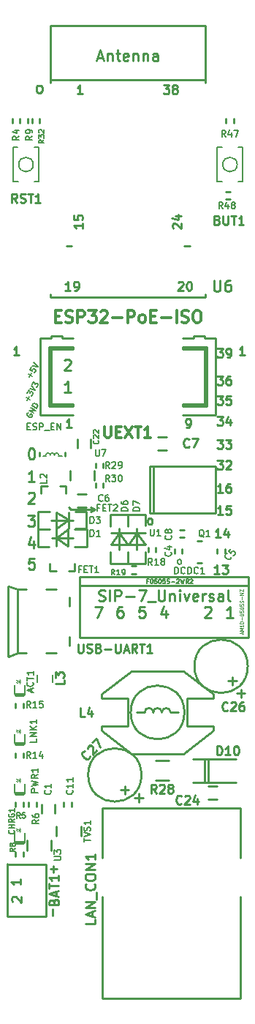
<source format=gbr>
G04 #@! TF.GenerationSoftware,KiCad,Pcbnew,5.1.6-c6e7f7d~87~ubuntu18.04.1*
G04 #@! TF.CreationDate,2022-10-11T09:45:58+03:00*
G04 #@! TF.ProjectId,ESP32-PoE-ISO_Rev_L,45535033-322d-4506-9f45-2d49534f5f52,L*
G04 #@! TF.SameCoordinates,Original*
G04 #@! TF.FileFunction,Legend,Top*
G04 #@! TF.FilePolarity,Positive*
%FSLAX46Y46*%
G04 Gerber Fmt 4.6, Leading zero omitted, Abs format (unit mm)*
G04 Created by KiCad (PCBNEW 5.1.6-c6e7f7d~87~ubuntu18.04.1) date 2022-10-11 09:45:58*
%MOMM*%
%LPD*%
G01*
G04 APERTURE LIST*
%ADD10C,0.349250*%
%ADD11C,0.254000*%
%ADD12C,0.158750*%
%ADD13C,0.127000*%
%ADD14C,0.200000*%
%ADD15C,0.050000*%
%ADD16C,0.100000*%
%ADD17C,0.190500*%
%ADD18C,0.317500*%
G04 APERTURE END LIST*
D10*
X95724738Y-117375214D02*
X96190404Y-117375214D01*
X96389976Y-118106976D02*
X95724738Y-118106976D01*
X95724738Y-116709976D01*
X96389976Y-116709976D01*
X96922166Y-118040452D02*
X97121738Y-118106976D01*
X97454357Y-118106976D01*
X97587404Y-118040452D01*
X97653928Y-117973928D01*
X97720452Y-117840880D01*
X97720452Y-117707833D01*
X97653928Y-117574785D01*
X97587404Y-117508261D01*
X97454357Y-117441738D01*
X97188261Y-117375214D01*
X97055214Y-117308690D01*
X96988690Y-117242166D01*
X96922166Y-117109119D01*
X96922166Y-116976071D01*
X96988690Y-116843023D01*
X97055214Y-116776500D01*
X97188261Y-116709976D01*
X97520880Y-116709976D01*
X97720452Y-116776500D01*
X98319166Y-118106976D02*
X98319166Y-116709976D01*
X98851357Y-116709976D01*
X98984404Y-116776500D01*
X99050928Y-116843023D01*
X99117452Y-116976071D01*
X99117452Y-117175642D01*
X99050928Y-117308690D01*
X98984404Y-117375214D01*
X98851357Y-117441738D01*
X98319166Y-117441738D01*
X99583119Y-116709976D02*
X100447928Y-116709976D01*
X99982261Y-117242166D01*
X100181833Y-117242166D01*
X100314880Y-117308690D01*
X100381404Y-117375214D01*
X100447928Y-117508261D01*
X100447928Y-117840880D01*
X100381404Y-117973928D01*
X100314880Y-118040452D01*
X100181833Y-118106976D01*
X99782690Y-118106976D01*
X99649642Y-118040452D01*
X99583119Y-117973928D01*
X100980119Y-116843023D02*
X101046642Y-116776500D01*
X101179690Y-116709976D01*
X101512309Y-116709976D01*
X101645357Y-116776500D01*
X101711880Y-116843023D01*
X101778404Y-116976071D01*
X101778404Y-117109119D01*
X101711880Y-117308690D01*
X100913595Y-118106976D01*
X101778404Y-118106976D01*
X102377119Y-117574785D02*
X103441500Y-117574785D01*
X104106738Y-118106976D02*
X104106738Y-116709976D01*
X104638928Y-116709976D01*
X104771976Y-116776500D01*
X104838500Y-116843023D01*
X104905023Y-116976071D01*
X104905023Y-117175642D01*
X104838500Y-117308690D01*
X104771976Y-117375214D01*
X104638928Y-117441738D01*
X104106738Y-117441738D01*
X105703309Y-118106976D02*
X105570261Y-118040452D01*
X105503738Y-117973928D01*
X105437214Y-117840880D01*
X105437214Y-117441738D01*
X105503738Y-117308690D01*
X105570261Y-117242166D01*
X105703309Y-117175642D01*
X105902880Y-117175642D01*
X106035928Y-117242166D01*
X106102452Y-117308690D01*
X106168976Y-117441738D01*
X106168976Y-117840880D01*
X106102452Y-117973928D01*
X106035928Y-118040452D01*
X105902880Y-118106976D01*
X105703309Y-118106976D01*
X106767690Y-117375214D02*
X107233357Y-117375214D01*
X107432928Y-118106976D02*
X106767690Y-118106976D01*
X106767690Y-116709976D01*
X107432928Y-116709976D01*
X108031642Y-117574785D02*
X109096023Y-117574785D01*
X109761261Y-118106976D02*
X109761261Y-116709976D01*
X110359976Y-118040452D02*
X110559547Y-118106976D01*
X110892166Y-118106976D01*
X111025214Y-118040452D01*
X111091738Y-117973928D01*
X111158261Y-117840880D01*
X111158261Y-117707833D01*
X111091738Y-117574785D01*
X111025214Y-117508261D01*
X110892166Y-117441738D01*
X110626071Y-117375214D01*
X110493023Y-117308690D01*
X110426500Y-117242166D01*
X110359976Y-117109119D01*
X110359976Y-116976071D01*
X110426500Y-116843023D01*
X110493023Y-116776500D01*
X110626071Y-116709976D01*
X110958690Y-116709976D01*
X111158261Y-116776500D01*
X112023071Y-116709976D02*
X112289166Y-116709976D01*
X112422214Y-116776500D01*
X112555261Y-116909547D01*
X112621785Y-117175642D01*
X112621785Y-117641309D01*
X112555261Y-117907404D01*
X112422214Y-118040452D01*
X112289166Y-118106976D01*
X112023071Y-118106976D01*
X111890023Y-118040452D01*
X111756976Y-117907404D01*
X111690452Y-117641309D01*
X111690452Y-117175642D01*
X111756976Y-116909547D01*
X111890023Y-116776500D01*
X112023071Y-116709976D01*
D11*
X114493523Y-121109619D02*
X115122476Y-121109619D01*
X114783809Y-121496666D01*
X114928952Y-121496666D01*
X115025714Y-121545047D01*
X115074095Y-121593428D01*
X115122476Y-121690190D01*
X115122476Y-121932095D01*
X115074095Y-122028857D01*
X115025714Y-122077238D01*
X114928952Y-122125619D01*
X114638666Y-122125619D01*
X114541904Y-122077238D01*
X114493523Y-122028857D01*
X115606285Y-122125619D02*
X115799809Y-122125619D01*
X115896571Y-122077238D01*
X115944952Y-122028857D01*
X116041714Y-121883714D01*
X116090095Y-121690190D01*
X116090095Y-121303142D01*
X116041714Y-121206380D01*
X115993333Y-121158000D01*
X115896571Y-121109619D01*
X115703047Y-121109619D01*
X115606285Y-121158000D01*
X115557904Y-121206380D01*
X115509523Y-121303142D01*
X115509523Y-121545047D01*
X115557904Y-121641809D01*
X115606285Y-121690190D01*
X115703047Y-121738571D01*
X115896571Y-121738571D01*
X115993333Y-121690190D01*
X116041714Y-121641809D01*
X116090095Y-121545047D01*
X114493523Y-124284619D02*
X115122476Y-124284619D01*
X114783809Y-124671666D01*
X114928952Y-124671666D01*
X115025714Y-124720047D01*
X115074095Y-124768428D01*
X115122476Y-124865190D01*
X115122476Y-125107095D01*
X115074095Y-125203857D01*
X115025714Y-125252238D01*
X114928952Y-125300619D01*
X114638666Y-125300619D01*
X114541904Y-125252238D01*
X114493523Y-125203857D01*
X115993333Y-124284619D02*
X115799809Y-124284619D01*
X115703047Y-124333000D01*
X115654666Y-124381380D01*
X115557904Y-124526523D01*
X115509523Y-124720047D01*
X115509523Y-125107095D01*
X115557904Y-125203857D01*
X115606285Y-125252238D01*
X115703047Y-125300619D01*
X115896571Y-125300619D01*
X115993333Y-125252238D01*
X116041714Y-125203857D01*
X116090095Y-125107095D01*
X116090095Y-124865190D01*
X116041714Y-124768428D01*
X115993333Y-124720047D01*
X115896571Y-124671666D01*
X115703047Y-124671666D01*
X115606285Y-124720047D01*
X115557904Y-124768428D01*
X115509523Y-124865190D01*
X114493523Y-126570619D02*
X115122476Y-126570619D01*
X114783809Y-126957666D01*
X114928952Y-126957666D01*
X115025714Y-127006047D01*
X115074095Y-127054428D01*
X115122476Y-127151190D01*
X115122476Y-127393095D01*
X115074095Y-127489857D01*
X115025714Y-127538238D01*
X114928952Y-127586619D01*
X114638666Y-127586619D01*
X114541904Y-127538238D01*
X114493523Y-127489857D01*
X116041714Y-126570619D02*
X115557904Y-126570619D01*
X115509523Y-127054428D01*
X115557904Y-127006047D01*
X115654666Y-126957666D01*
X115896571Y-126957666D01*
X115993333Y-127006047D01*
X116041714Y-127054428D01*
X116090095Y-127151190D01*
X116090095Y-127393095D01*
X116041714Y-127489857D01*
X115993333Y-127538238D01*
X115896571Y-127586619D01*
X115654666Y-127586619D01*
X115557904Y-127538238D01*
X115509523Y-127489857D01*
X114493523Y-128983619D02*
X115122476Y-128983619D01*
X114783809Y-129370666D01*
X114928952Y-129370666D01*
X115025714Y-129419047D01*
X115074095Y-129467428D01*
X115122476Y-129564190D01*
X115122476Y-129806095D01*
X115074095Y-129902857D01*
X115025714Y-129951238D01*
X114928952Y-129999619D01*
X114638666Y-129999619D01*
X114541904Y-129951238D01*
X114493523Y-129902857D01*
X115993333Y-129322285D02*
X115993333Y-129999619D01*
X115751428Y-128935238D02*
X115509523Y-129660952D01*
X116138476Y-129660952D01*
X114493523Y-131650619D02*
X115122476Y-131650619D01*
X114783809Y-132037666D01*
X114928952Y-132037666D01*
X115025714Y-132086047D01*
X115074095Y-132134428D01*
X115122476Y-132231190D01*
X115122476Y-132473095D01*
X115074095Y-132569857D01*
X115025714Y-132618238D01*
X114928952Y-132666619D01*
X114638666Y-132666619D01*
X114541904Y-132618238D01*
X114493523Y-132569857D01*
X115461142Y-131650619D02*
X116090095Y-131650619D01*
X115751428Y-132037666D01*
X115896571Y-132037666D01*
X115993333Y-132086047D01*
X116041714Y-132134428D01*
X116090095Y-132231190D01*
X116090095Y-132473095D01*
X116041714Y-132569857D01*
X115993333Y-132618238D01*
X115896571Y-132666619D01*
X115606285Y-132666619D01*
X115509523Y-132618238D01*
X115461142Y-132569857D01*
X114493523Y-134063619D02*
X115122476Y-134063619D01*
X114783809Y-134450666D01*
X114928952Y-134450666D01*
X115025714Y-134499047D01*
X115074095Y-134547428D01*
X115122476Y-134644190D01*
X115122476Y-134886095D01*
X115074095Y-134982857D01*
X115025714Y-135031238D01*
X114928952Y-135079619D01*
X114638666Y-135079619D01*
X114541904Y-135031238D01*
X114493523Y-134982857D01*
X115509523Y-134160380D02*
X115557904Y-134112000D01*
X115654666Y-134063619D01*
X115896571Y-134063619D01*
X115993333Y-134112000D01*
X116041714Y-134160380D01*
X116090095Y-134257142D01*
X116090095Y-134353904D01*
X116041714Y-134499047D01*
X115461142Y-135079619D01*
X116090095Y-135079619D01*
X115122476Y-137746619D02*
X114541904Y-137746619D01*
X114832190Y-137746619D02*
X114832190Y-136730619D01*
X114735428Y-136875761D01*
X114638666Y-136972523D01*
X114541904Y-137020904D01*
X115993333Y-136730619D02*
X115799809Y-136730619D01*
X115703047Y-136779000D01*
X115654666Y-136827380D01*
X115557904Y-136972523D01*
X115509523Y-137166047D01*
X115509523Y-137553095D01*
X115557904Y-137649857D01*
X115606285Y-137698238D01*
X115703047Y-137746619D01*
X115896571Y-137746619D01*
X115993333Y-137698238D01*
X116041714Y-137649857D01*
X116090095Y-137553095D01*
X116090095Y-137311190D01*
X116041714Y-137214428D01*
X115993333Y-137166047D01*
X115896571Y-137117666D01*
X115703047Y-137117666D01*
X115606285Y-137166047D01*
X115557904Y-137214428D01*
X115509523Y-137311190D01*
X115122476Y-140286619D02*
X114541904Y-140286619D01*
X114832190Y-140286619D02*
X114832190Y-139270619D01*
X114735428Y-139415761D01*
X114638666Y-139512523D01*
X114541904Y-139560904D01*
X116041714Y-139270619D02*
X115557904Y-139270619D01*
X115509523Y-139754428D01*
X115557904Y-139706047D01*
X115654666Y-139657666D01*
X115896571Y-139657666D01*
X115993333Y-139706047D01*
X116041714Y-139754428D01*
X116090095Y-139851190D01*
X116090095Y-140093095D01*
X116041714Y-140189857D01*
X115993333Y-140238238D01*
X115896571Y-140286619D01*
X115654666Y-140286619D01*
X115557904Y-140238238D01*
X115509523Y-140189857D01*
X114868476Y-142953619D02*
X114287904Y-142953619D01*
X114578190Y-142953619D02*
X114578190Y-141937619D01*
X114481428Y-142082761D01*
X114384666Y-142179523D01*
X114287904Y-142227904D01*
X115739333Y-142276285D02*
X115739333Y-142953619D01*
X115497428Y-141889238D02*
X115255523Y-142614952D01*
X115884476Y-142614952D01*
X114741476Y-147144619D02*
X114160904Y-147144619D01*
X114451190Y-147144619D02*
X114451190Y-146128619D01*
X114354428Y-146273761D01*
X114257666Y-146370523D01*
X114160904Y-146418904D01*
X115080142Y-146128619D02*
X115709095Y-146128619D01*
X115370428Y-146515666D01*
X115515571Y-146515666D01*
X115612333Y-146564047D01*
X115660714Y-146612428D01*
X115709095Y-146709190D01*
X115709095Y-146951095D01*
X115660714Y-147047857D01*
X115612333Y-147096238D01*
X115515571Y-147144619D01*
X115225285Y-147144619D01*
X115128523Y-147096238D01*
X115080142Y-147047857D01*
X93266380Y-145354523D02*
X92661619Y-145354523D01*
X92601142Y-145959285D01*
X92661619Y-145898809D01*
X92782571Y-145838333D01*
X93084952Y-145838333D01*
X93205904Y-145898809D01*
X93266380Y-145959285D01*
X93326857Y-146080238D01*
X93326857Y-146382619D01*
X93266380Y-146503571D01*
X93205904Y-146564047D01*
X93084952Y-146624523D01*
X92782571Y-146624523D01*
X92661619Y-146564047D01*
X92601142Y-146503571D01*
X93205904Y-143364857D02*
X93205904Y-144211523D01*
X92903523Y-142881047D02*
X92601142Y-143788190D01*
X93387333Y-143788190D01*
X92540666Y-140401523D02*
X93326857Y-140401523D01*
X92903523Y-140885333D01*
X93084952Y-140885333D01*
X93205904Y-140945809D01*
X93266380Y-141006285D01*
X93326857Y-141127238D01*
X93326857Y-141429619D01*
X93266380Y-141550571D01*
X93205904Y-141611047D01*
X93084952Y-141671523D01*
X92722095Y-141671523D01*
X92601142Y-141611047D01*
X92540666Y-141550571D01*
X92601142Y-137855476D02*
X92661619Y-137795000D01*
X92782571Y-137734523D01*
X93084952Y-137734523D01*
X93205904Y-137795000D01*
X93266380Y-137855476D01*
X93326857Y-137976428D01*
X93326857Y-138097380D01*
X93266380Y-138278809D01*
X92540666Y-139004523D01*
X93326857Y-139004523D01*
X93326857Y-136464523D02*
X92601142Y-136464523D01*
X92964000Y-136464523D02*
X92964000Y-135194523D01*
X92843047Y-135375952D01*
X92722095Y-135496904D01*
X92601142Y-135557380D01*
X110931476Y-130253619D02*
X111125000Y-130253619D01*
X111221761Y-130205238D01*
X111270142Y-130156857D01*
X111366904Y-130011714D01*
X111415285Y-129818190D01*
X111415285Y-129431142D01*
X111366904Y-129334380D01*
X111318523Y-129286000D01*
X111221761Y-129237619D01*
X111028238Y-129237619D01*
X110931476Y-129286000D01*
X110883095Y-129334380D01*
X110834714Y-129431142D01*
X110834714Y-129673047D01*
X110883095Y-129769809D01*
X110931476Y-129818190D01*
X111028238Y-129866571D01*
X111221761Y-129866571D01*
X111318523Y-129818190D01*
X111366904Y-129769809D01*
X111415285Y-129673047D01*
X100330000Y-139700000D02*
X99822000Y-139954000D01*
X100330000Y-139700000D02*
X99822000Y-139446000D01*
X97536000Y-139700000D02*
X97282000Y-139446000D01*
X97663000Y-139700000D02*
X97536000Y-139700000D01*
X100330000Y-139700000D02*
X97663000Y-139700000D01*
X93024476Y-133918476D02*
X92903523Y-133918476D01*
X92782571Y-133858000D01*
X92722095Y-133797523D01*
X92661619Y-133676571D01*
X92601142Y-133434666D01*
X92601142Y-133132285D01*
X92661619Y-132890380D01*
X92722095Y-132769428D01*
X92782571Y-132708952D01*
X92903523Y-132648476D01*
X93024476Y-132648476D01*
X93145428Y-132708952D01*
X93205904Y-132769428D01*
X93266380Y-132890380D01*
X93326857Y-133132285D01*
X93326857Y-133434666D01*
X93266380Y-133676571D01*
X93205904Y-133797523D01*
X93145428Y-133858000D01*
X93024476Y-133918476D01*
D12*
X92483214Y-130120571D02*
X92737214Y-130120571D01*
X92846071Y-130519714D02*
X92483214Y-130519714D01*
X92483214Y-129757714D01*
X92846071Y-129757714D01*
X93136357Y-130483428D02*
X93245214Y-130519714D01*
X93426642Y-130519714D01*
X93499214Y-130483428D01*
X93535500Y-130447142D01*
X93571785Y-130374571D01*
X93571785Y-130302000D01*
X93535500Y-130229428D01*
X93499214Y-130193142D01*
X93426642Y-130156857D01*
X93281500Y-130120571D01*
X93208928Y-130084285D01*
X93172642Y-130048000D01*
X93136357Y-129975428D01*
X93136357Y-129902857D01*
X93172642Y-129830285D01*
X93208928Y-129794000D01*
X93281500Y-129757714D01*
X93462928Y-129757714D01*
X93571785Y-129794000D01*
X93898357Y-130519714D02*
X93898357Y-129757714D01*
X94188642Y-129757714D01*
X94261214Y-129794000D01*
X94297500Y-129830285D01*
X94333785Y-129902857D01*
X94333785Y-130011714D01*
X94297500Y-130084285D01*
X94261214Y-130120571D01*
X94188642Y-130156857D01*
X93898357Y-130156857D01*
X94478928Y-130592285D02*
X95059500Y-130592285D01*
X95240928Y-130120571D02*
X95494928Y-130120571D01*
X95603785Y-130519714D02*
X95240928Y-130519714D01*
X95240928Y-129757714D01*
X95603785Y-129757714D01*
X95930357Y-130519714D02*
X95930357Y-129757714D01*
X96365785Y-130519714D01*
X96365785Y-129757714D01*
X92574132Y-128530241D02*
X92517707Y-128567496D01*
X92472349Y-128646057D01*
X92453179Y-128739737D01*
X92475315Y-128822349D01*
X92512570Y-128878774D01*
X92602199Y-128965437D01*
X92680760Y-129010794D01*
X92800627Y-129045083D01*
X92868119Y-129049134D01*
X92950732Y-129026998D01*
X93022276Y-128963557D01*
X93052514Y-128911183D01*
X93071684Y-128817503D01*
X93060616Y-128776197D01*
X92877307Y-128670363D01*
X92816831Y-128775111D01*
X93249061Y-128570752D02*
X92699135Y-128253252D01*
X93430490Y-128256509D01*
X92880564Y-127939009D01*
X93581680Y-127994639D02*
X93031754Y-127677139D01*
X93107349Y-127546204D01*
X93178894Y-127482762D01*
X93261506Y-127460627D01*
X93328999Y-127464678D01*
X93448865Y-127498967D01*
X93527426Y-127544324D01*
X93617055Y-127630987D01*
X93654310Y-127687412D01*
X93676446Y-127770024D01*
X93657276Y-127863704D01*
X93581680Y-127994639D01*
X92443875Y-127102596D02*
X92685780Y-126683604D01*
X92774323Y-127014052D02*
X92355332Y-126772147D01*
X92466302Y-126277561D02*
X92662849Y-125937130D01*
X92766512Y-126241392D01*
X92811869Y-126162831D01*
X92868294Y-126125576D01*
X92909600Y-126114508D01*
X92977093Y-126118559D01*
X93108028Y-126194154D01*
X93145283Y-126250579D01*
X93156351Y-126291885D01*
X93152299Y-126359378D01*
X93061585Y-126516500D01*
X93005160Y-126553755D01*
X92963854Y-126564823D01*
X92753564Y-125780009D02*
X93409323Y-125914200D01*
X92965230Y-125413391D01*
X93040826Y-125282456D02*
X93237373Y-124942026D01*
X93341036Y-125246287D01*
X93386393Y-125167726D01*
X93442818Y-125130471D01*
X93484124Y-125119403D01*
X93551617Y-125123455D01*
X93682552Y-125199050D01*
X93719806Y-125255475D01*
X93730874Y-125296781D01*
X93726823Y-125364274D01*
X93636109Y-125521396D01*
X93579684Y-125558650D01*
X93538378Y-125569718D01*
X92722066Y-124427726D02*
X92963970Y-124008735D01*
X93052514Y-124339183D02*
X92633522Y-124097278D01*
X92925921Y-123288448D02*
X92774730Y-123550317D01*
X93021481Y-123727695D01*
X93010413Y-123686389D01*
X93014464Y-123618896D01*
X93090059Y-123487961D01*
X93146484Y-123450706D01*
X93187790Y-123439638D01*
X93255283Y-123443689D01*
X93386218Y-123519285D01*
X93423473Y-123575710D01*
X93434541Y-123617016D01*
X93430490Y-123684509D01*
X93354895Y-123815443D01*
X93298470Y-123852698D01*
X93257164Y-123863766D01*
X93031754Y-123105139D02*
X93687514Y-123239330D01*
X93243421Y-122738522D01*
D11*
X97572285Y-130253619D02*
X96991714Y-130253619D01*
X97282000Y-130253619D02*
X97282000Y-129237619D01*
X97185238Y-129382761D01*
X97088476Y-129479523D01*
X96991714Y-129527904D01*
X95116952Y-181301571D02*
X95891047Y-181301571D01*
X95504000Y-181688619D02*
X95504000Y-180914523D01*
X95449571Y-186696047D02*
X95449571Y-185921952D01*
X117638285Y-121871619D02*
X117057714Y-121871619D01*
X117348000Y-121871619D02*
X117348000Y-120855619D01*
X117251238Y-121000761D01*
X117154476Y-121097523D01*
X117057714Y-121145904D01*
X91476285Y-121871619D02*
X90895714Y-121871619D01*
X91186000Y-121871619D02*
X91186000Y-120855619D01*
X91089238Y-121000761D01*
X90992476Y-121097523D01*
X90895714Y-121145904D01*
D13*
X114459000Y-101822000D02*
X114459000Y-97822000D01*
X117459000Y-101822000D02*
X117459000Y-97822000D01*
X114462000Y-97822000D02*
X115020800Y-97822000D01*
X116898000Y-97822000D02*
X117456800Y-97822000D01*
X114461200Y-101822000D02*
X115070800Y-101822000D01*
X116898000Y-101822000D02*
X117456800Y-101822000D01*
X116798738Y-99822000D02*
G75*
G03*
X116798738Y-99822000I-839738J0D01*
G01*
X90821000Y-101822000D02*
X90821000Y-97822000D01*
X93821000Y-101822000D02*
X93821000Y-97822000D01*
X90824000Y-97822000D02*
X91382800Y-97822000D01*
X93260000Y-97822000D02*
X93818800Y-97822000D01*
X90823200Y-101822000D02*
X91432800Y-101822000D01*
X93260000Y-101822000D02*
X93818800Y-101822000D01*
X93160738Y-99822000D02*
G75*
G03*
X93160738Y-99822000I-839738J0D01*
G01*
D11*
X96877000Y-133550000D02*
X96877000Y-133150000D01*
X93877000Y-133550000D02*
X93877000Y-133150000D01*
D14*
X94627000Y-133500000D02*
X94277000Y-133500000D01*
X96127000Y-133500000D02*
X96477000Y-133500000D01*
X95627000Y-133450000D02*
G75*
G02*
X96127000Y-133450000I250000J0D01*
G01*
X94627000Y-133450000D02*
G75*
G02*
X95127000Y-133450000I250000J0D01*
G01*
X95127000Y-133450000D02*
G75*
G02*
X95627000Y-133450000I250000J0D01*
G01*
D11*
X98581000Y-154543000D02*
X98581000Y-148543000D01*
X118081000Y-154543000D02*
X98581000Y-154543000D01*
X118081000Y-148543000D02*
X98581000Y-148543000D01*
X118081000Y-148543000D02*
X118081000Y-154543000D01*
X118081000Y-148543000D02*
X118081000Y-147543000D01*
X118081000Y-147543000D02*
X98581000Y-147543000D01*
X98581000Y-147543000D02*
X98581000Y-148543000D01*
X112692000Y-143383000D02*
X112184000Y-143383000D01*
X112692000Y-145923000D02*
X112184000Y-145923000D01*
X105703021Y-170434000D02*
G75*
G03*
X105703021Y-170434000I-3087021J0D01*
G01*
X104216200Y-143789400D02*
X106121200Y-143789400D01*
X104216200Y-142417800D02*
X106121200Y-142417800D01*
X105130600Y-142417800D02*
X106121200Y-143789400D01*
X104216200Y-143789400D02*
X105130600Y-142417800D01*
X105168700Y-144373600D02*
X105168700Y-141897100D01*
X106146600Y-140322300D02*
X106146600Y-141617700D01*
X104140000Y-140335000D02*
X104140000Y-141630400D01*
X106146600Y-140309600D02*
X104152700Y-140309600D01*
X106159300Y-145961100D02*
X106159300Y-144589500D01*
X104140000Y-145961100D02*
X104140000Y-144589500D01*
X106159300Y-145961100D02*
X104140000Y-145961100D01*
X102184200Y-143789400D02*
X104089200Y-143789400D01*
X102184200Y-142417800D02*
X104089200Y-142417800D01*
X103098600Y-142417800D02*
X104089200Y-143789400D01*
X102184200Y-143789400D02*
X103098600Y-142417800D01*
X103136700Y-144373600D02*
X103136700Y-141897100D01*
X104114600Y-140322300D02*
X104114600Y-141617700D01*
X102108000Y-140335000D02*
X102108000Y-141630400D01*
X104114600Y-140309600D02*
X102120700Y-140309600D01*
X104127300Y-145961100D02*
X104127300Y-144589500D01*
X102108000Y-145961100D02*
X102108000Y-144589500D01*
X104127300Y-145961100D02*
X102108000Y-145961100D01*
X95859600Y-140030200D02*
X95859600Y-141935200D01*
X97231200Y-140030200D02*
X97231200Y-141935200D01*
X97231200Y-140944600D02*
X95859600Y-141935200D01*
X95859600Y-140030200D02*
X97231200Y-140944600D01*
X95275400Y-140982700D02*
X97751900Y-140982700D01*
X99326700Y-141960600D02*
X98031300Y-141960600D01*
X99314000Y-139954000D02*
X98018600Y-139954000D01*
X99339400Y-141960600D02*
X99339400Y-139966700D01*
X93687900Y-141973300D02*
X95059500Y-141973300D01*
X93687900Y-139954000D02*
X95059500Y-139954000D01*
X93687900Y-141973300D02*
X93687900Y-139954000D01*
X97180400Y-143941800D02*
X97180400Y-142036800D01*
X95808800Y-143941800D02*
X95808800Y-142036800D01*
X95808800Y-143027400D02*
X97180400Y-142036800D01*
X97180400Y-143941800D02*
X95808800Y-143027400D01*
X97764600Y-142989300D02*
X95288100Y-142989300D01*
X93713300Y-142011400D02*
X95008700Y-142011400D01*
X93726000Y-144018000D02*
X95021400Y-144018000D01*
X93700600Y-142011400D02*
X93700600Y-144005300D01*
X99352100Y-141998700D02*
X97980500Y-141998700D01*
X99352100Y-144018000D02*
X97980500Y-144018000D01*
X99352100Y-141998700D02*
X99352100Y-144018000D01*
X91630500Y-94742000D02*
X91630500Y-94488000D01*
X91630500Y-94742000D02*
X91630500Y-94996000D01*
X92519500Y-94742000D02*
X92519500Y-94996000D01*
X92519500Y-94742000D02*
X92519500Y-94488000D01*
X91630500Y-94742000D02*
X91630500Y-94996000D01*
X91630500Y-94742000D02*
X91630500Y-94488000D01*
X90741500Y-94742000D02*
X90741500Y-94488000D01*
X90741500Y-94742000D02*
X90741500Y-94996000D01*
X93535500Y-173863000D02*
X93535500Y-174117000D01*
X93535500Y-173863000D02*
X93535500Y-173609000D01*
X92646500Y-173863000D02*
X92646500Y-173609000D01*
X92646500Y-173863000D02*
X92646500Y-174117000D01*
X95250000Y-178003200D02*
X95250000Y-179133500D01*
X92443300Y-178003200D02*
X92443300Y-179133500D01*
D13*
X95377000Y-158826200D02*
X95377000Y-159664400D01*
X93599000Y-158826200D02*
X93599000Y-159664400D01*
D11*
X91084400Y-166751000D02*
X92125800Y-166751000D01*
X92011500Y-166916100D02*
X91186000Y-166916100D01*
X91046300Y-166763700D02*
X91173300Y-166903400D01*
X92138500Y-166763700D02*
X92011500Y-166916100D01*
D15*
X91342400Y-165324800D02*
X91232400Y-165194800D01*
X91212400Y-165184800D02*
X91222400Y-165264800D01*
X91212400Y-165184800D02*
X91292400Y-165184800D01*
X91212400Y-165400200D02*
X91292400Y-165400200D01*
X91212400Y-165400200D02*
X91222400Y-165480200D01*
X91321400Y-165531800D02*
X91211400Y-165401800D01*
D16*
X91677000Y-165454000D02*
X91457000Y-165454000D01*
X91457000Y-165264000D02*
X91557000Y-165364000D01*
X91677000Y-165264000D02*
X91577000Y-165374000D01*
X91677000Y-165264000D02*
X91457000Y-165264000D01*
X91567000Y-165094000D02*
X91567000Y-165614000D01*
D13*
X92202000Y-165735000D02*
X92202000Y-166751000D01*
X90982800Y-166751000D02*
X90982800Y-165735000D01*
X90982800Y-161036000D02*
X90982800Y-160020000D01*
X92202000Y-160020000D02*
X92202000Y-161036000D01*
D16*
X91567000Y-159379000D02*
X91567000Y-159899000D01*
X91677000Y-159549000D02*
X91457000Y-159549000D01*
X91677000Y-159549000D02*
X91577000Y-159659000D01*
X91457000Y-159549000D02*
X91557000Y-159649000D01*
X91677000Y-159739000D02*
X91457000Y-159739000D01*
D15*
X91321400Y-159816800D02*
X91211400Y-159686800D01*
X91212400Y-159685200D02*
X91222400Y-159765200D01*
X91212400Y-159685200D02*
X91292400Y-159685200D01*
X91212400Y-159469800D02*
X91292400Y-159469800D01*
X91212400Y-159469800D02*
X91222400Y-159549800D01*
X91342400Y-159609800D02*
X91232400Y-159479800D01*
D11*
X92138500Y-161048700D02*
X92011500Y-161201100D01*
X91046300Y-161048700D02*
X91173300Y-161188400D01*
X92011500Y-161201100D02*
X91186000Y-161201100D01*
X91084400Y-161036000D02*
X92125800Y-161036000D01*
X97599500Y-173863000D02*
X97599500Y-174117000D01*
X97599500Y-173863000D02*
X97599500Y-173609000D01*
X96710500Y-173863000D02*
X96710500Y-173609000D01*
X96710500Y-173863000D02*
X96710500Y-174117000D01*
X100393500Y-136906000D02*
X100393500Y-136652000D01*
X100393500Y-136906000D02*
X100393500Y-137160000D01*
X101282500Y-136906000D02*
X101282500Y-137160000D01*
X101282500Y-136906000D02*
X101282500Y-136652000D01*
X101282500Y-134620000D02*
X101282500Y-134874000D01*
X101282500Y-134620000D02*
X101282500Y-134366000D01*
X100393500Y-134620000D02*
X100393500Y-134366000D01*
X100393500Y-134620000D02*
X100393500Y-134874000D01*
X91122500Y-173863000D02*
X91122500Y-173609000D01*
X91122500Y-173863000D02*
X91122500Y-174117000D01*
X92011500Y-173863000D02*
X92011500Y-174117000D01*
X92011500Y-173863000D02*
X92011500Y-173609000D01*
X91122500Y-162433000D02*
X91122500Y-162179000D01*
X91122500Y-162433000D02*
X91122500Y-162687000D01*
X92011500Y-162433000D02*
X92011500Y-162687000D01*
X92011500Y-162433000D02*
X92011500Y-162179000D01*
X91122500Y-168148000D02*
X91122500Y-167894000D01*
X91122500Y-168148000D02*
X91122500Y-168402000D01*
X92011500Y-168148000D02*
X92011500Y-168402000D01*
X92011500Y-168148000D02*
X92011500Y-167894000D01*
X91122500Y-179578000D02*
X91122500Y-179324000D01*
X91122500Y-179578000D02*
X91122500Y-179832000D01*
X92011500Y-179578000D02*
X92011500Y-179832000D01*
X92011500Y-179578000D02*
X92011500Y-179324000D01*
X104775000Y-146240500D02*
X105029000Y-146240500D01*
X104775000Y-146240500D02*
X104521000Y-146240500D01*
X104775000Y-147129500D02*
X104521000Y-147129500D01*
X104775000Y-147129500D02*
X105029000Y-147129500D01*
X110363000Y-142938500D02*
X110109000Y-142938500D01*
X110363000Y-142938500D02*
X110617000Y-142938500D01*
X110363000Y-142049500D02*
X110617000Y-142049500D01*
X110363000Y-142049500D02*
X110109000Y-142049500D01*
X98298000Y-137922000D02*
X99314000Y-137922000D01*
X98298000Y-139446000D02*
X99314000Y-139446000D01*
X94107000Y-174879000D02*
X94107000Y-173863000D01*
X95631000Y-174879000D02*
X95631000Y-173863000D01*
X97409000Y-136321800D02*
X97409000Y-135191500D01*
X100215700Y-136321800D02*
X100215700Y-135191500D01*
X107061000Y-134683500D02*
X107061000Y-140144500D01*
X114300000Y-134683500D02*
X106680000Y-134683500D01*
X106680000Y-140144500D02*
X114300000Y-140144500D01*
X114300000Y-134683500D02*
X114300000Y-140144500D01*
X106680000Y-140144500D02*
X106680000Y-134683500D01*
D13*
X90982800Y-172466000D02*
X90982800Y-171450000D01*
X92202000Y-171450000D02*
X92202000Y-172466000D01*
D16*
X91567000Y-170809000D02*
X91567000Y-171329000D01*
X91677000Y-170979000D02*
X91457000Y-170979000D01*
X91677000Y-170979000D02*
X91577000Y-171089000D01*
X91457000Y-170979000D02*
X91557000Y-171079000D01*
X91677000Y-171169000D02*
X91457000Y-171169000D01*
D15*
X91321400Y-171246800D02*
X91211400Y-171116800D01*
X91212400Y-171115200D02*
X91222400Y-171195200D01*
X91212400Y-171115200D02*
X91292400Y-171115200D01*
X91212400Y-170899800D02*
X91292400Y-170899800D01*
X91212400Y-170899800D02*
X91222400Y-170979800D01*
X91342400Y-171039800D02*
X91232400Y-170909800D01*
D11*
X92138500Y-172478700D02*
X92011500Y-172631100D01*
X91046300Y-172478700D02*
X91173300Y-172618400D01*
X92011500Y-172631100D02*
X91186000Y-172631100D01*
X91084400Y-172466000D02*
X92125800Y-172466000D01*
X99822000Y-131572000D02*
X99822000Y-132588000D01*
X98298000Y-131572000D02*
X98298000Y-132588000D01*
D13*
X90982800Y-178181000D02*
X90982800Y-177165000D01*
X92202000Y-177165000D02*
X92202000Y-178181000D01*
D16*
X91567000Y-176524000D02*
X91567000Y-177044000D01*
X91677000Y-176694000D02*
X91457000Y-176694000D01*
X91677000Y-176694000D02*
X91577000Y-176804000D01*
X91457000Y-176694000D02*
X91557000Y-176794000D01*
X91677000Y-176884000D02*
X91457000Y-176884000D01*
D15*
X91321400Y-176961800D02*
X91211400Y-176831800D01*
X91212400Y-176830200D02*
X91222400Y-176910200D01*
X91212400Y-176830200D02*
X91292400Y-176830200D01*
X91212400Y-176614800D02*
X91292400Y-176614800D01*
X91212400Y-176614800D02*
X91222400Y-176694800D01*
X91342400Y-176754800D02*
X91232400Y-176624800D01*
D11*
X92138500Y-178193700D02*
X92011500Y-178346100D01*
X91046300Y-178193700D02*
X91173300Y-178333400D01*
X92011500Y-178346100D02*
X91186000Y-178346100D01*
X91084400Y-178181000D02*
X92125800Y-178181000D01*
X108585000Y-132842000D02*
X107569000Y-132842000D01*
X108585000Y-131318000D02*
X107569000Y-131318000D01*
X96926400Y-137033000D02*
X96215200Y-137033000D01*
X96926400Y-137871200D02*
X96926400Y-137033000D01*
X94081600Y-137871200D02*
X94081600Y-137033000D01*
X94792800Y-137033000D02*
X94081600Y-137033000D01*
X95097600Y-146812000D02*
X95808800Y-146812000D01*
X95097600Y-145973800D02*
X95097600Y-146812000D01*
X97942400Y-145973800D02*
X97942400Y-146812000D01*
X97231200Y-146812000D02*
X97942400Y-146812000D01*
X116395500Y-94742000D02*
X116395500Y-94996000D01*
X116395500Y-94742000D02*
X116395500Y-94488000D01*
X115506500Y-94742000D02*
X115506500Y-94488000D01*
X115506500Y-94742000D02*
X115506500Y-94996000D01*
X114490500Y-144526000D02*
X114490500Y-144272000D01*
X114490500Y-144526000D02*
X114490500Y-144780000D01*
X115379500Y-144526000D02*
X115379500Y-144780000D01*
X115379500Y-144526000D02*
X115379500Y-144272000D01*
X110426500Y-144526000D02*
X110426500Y-144780000D01*
X110426500Y-144526000D02*
X110426500Y-144272000D01*
X109537500Y-144526000D02*
X109537500Y-144272000D01*
X109537500Y-144526000D02*
X109537500Y-144780000D01*
X93027500Y-94742000D02*
X93027500Y-94488000D01*
X93027500Y-94742000D02*
X93027500Y-94996000D01*
X93916500Y-94742000D02*
X93916500Y-94996000D01*
X93916500Y-94742000D02*
X93916500Y-94488000D01*
X109969000Y-163195000D02*
X109069000Y-163195000D01*
X106069000Y-163195000D02*
X105169000Y-163195000D01*
X110680270Y-163195000D02*
G75*
G03*
X110680270Y-163195000I-3111270J0D01*
G01*
X101069000Y-161095000D02*
X104569000Y-158395000D01*
X101069000Y-161595000D02*
X101069000Y-161095000D01*
X104169000Y-161595000D02*
X101069000Y-161595000D01*
X104169000Y-164795000D02*
X104169000Y-161595000D01*
X101069000Y-164795000D02*
X104169000Y-164795000D01*
X101069000Y-165295000D02*
X101069000Y-164795000D01*
X104569000Y-167995000D02*
X101069000Y-165295000D01*
X110569000Y-167995000D02*
X104569000Y-167995000D01*
X114069000Y-165295000D02*
X110569000Y-167995000D01*
X114069000Y-164795000D02*
X114069000Y-165295000D01*
X110969000Y-164795000D02*
X114069000Y-164795000D01*
X110969000Y-161595000D02*
X110969000Y-164795000D01*
X114069000Y-161595000D02*
X110969000Y-161595000D01*
X114069000Y-161095000D02*
X114069000Y-161595000D01*
X110569000Y-158395000D02*
X114069000Y-161095000D01*
X104569000Y-158395000D02*
X110569000Y-158395000D01*
X107069000Y-163195000D02*
G75*
G02*
X108069000Y-163195000I500000J0D01*
G01*
X108069000Y-163195000D02*
G75*
G02*
X109069000Y-163195000I500000J0D01*
G01*
X106069000Y-163195000D02*
G75*
G02*
X107069000Y-163195000I500000J0D01*
G01*
X106489500Y-144399000D02*
X106489500Y-144145000D01*
X106489500Y-144399000D02*
X106489500Y-144653000D01*
X107378500Y-144399000D02*
X107378500Y-144653000D01*
X107378500Y-144399000D02*
X107378500Y-144145000D01*
X112776000Y-121031000D02*
X113284000Y-121031000D01*
X112903000Y-127635000D02*
X113157000Y-127635000D01*
X95504000Y-127635000D02*
X95123000Y-127635000D01*
X95504000Y-121031000D02*
X95123000Y-121031000D01*
X95250000Y-121158000D02*
X97790000Y-121158000D01*
X110490000Y-121158000D02*
X113030000Y-121158000D01*
X113030000Y-127508000D02*
X113030000Y-121158000D01*
X95250000Y-121158000D02*
X95250000Y-127508000D01*
X93980000Y-119888000D02*
X95250000Y-119888000D01*
X114300000Y-128778000D02*
X110490000Y-128778000D01*
X114300000Y-128778000D02*
X114300000Y-119888000D01*
X93980000Y-119888000D02*
X93980000Y-128778000D01*
X113030000Y-127508000D02*
X110490000Y-127508000D01*
X97790000Y-127508000D02*
X95250000Y-127508000D01*
X113030000Y-119888000D02*
X113030000Y-119634000D01*
X113030000Y-119634000D02*
X111760000Y-119634000D01*
X111760000Y-119888000D02*
X111760000Y-119634000D01*
X113030000Y-119888000D02*
X114300000Y-119888000D01*
X110490000Y-119888000D02*
X111760000Y-119888000D01*
X96520000Y-119634000D02*
X95250000Y-119634000D01*
X95250000Y-119634000D02*
X95250000Y-119888000D01*
X96520000Y-119634000D02*
X96520000Y-119888000D01*
X96520000Y-119888000D02*
X97790000Y-119888000D01*
X110490000Y-127762000D02*
X113284000Y-127762000D01*
X113284000Y-127762000D02*
X113284000Y-120904000D01*
X113284000Y-120904000D02*
X110490000Y-120904000D01*
X97790000Y-120904000D02*
X94996000Y-120904000D01*
X94996000Y-120904000D02*
X94996000Y-127762000D01*
X94996000Y-127762000D02*
X97790000Y-127762000D01*
X97790000Y-128778000D02*
X93980000Y-128778000D01*
X110490000Y-121158000D02*
X110490000Y-120904000D01*
X110490000Y-127762000D02*
X110490000Y-127508000D01*
X97790000Y-127762000D02*
X97790000Y-127508000D01*
X97790000Y-121158000D02*
X97790000Y-120904000D01*
X91326000Y-156354000D02*
X91326000Y-148954000D01*
X95826000Y-148954000D02*
X94626000Y-148954000D01*
X97326000Y-150854000D02*
X97326000Y-149854000D01*
X97326000Y-155454000D02*
X97326000Y-154454000D01*
X92326000Y-156354000D02*
X91326000Y-156354000D01*
X90226000Y-156718000D02*
X90226000Y-148590000D01*
X91326000Y-148954000D02*
X92326000Y-148954000D01*
X95826000Y-156354000D02*
X94626000Y-156354000D01*
X90297000Y-156718000D02*
X91313000Y-156337000D01*
X90297000Y-148590000D02*
X91313000Y-148971000D01*
X95872300Y-176352200D02*
X95872300Y-177482500D01*
X98679000Y-176352200D02*
X98679000Y-177482500D01*
X101200000Y-174293000D02*
X117200000Y-174293000D01*
X117200000Y-174293000D02*
X117200000Y-180063000D01*
X117200000Y-184493000D02*
X117200000Y-196293000D01*
X117200000Y-196293000D02*
X101200000Y-196293000D01*
X101200000Y-196293000D02*
X101200000Y-184493000D01*
X101200000Y-180063000D02*
X101200000Y-174293000D01*
X118022021Y-157861000D02*
G75*
G03*
X118022021Y-157861000I-3087021J0D01*
G01*
X111673000Y-171276000D02*
X116673000Y-171276000D01*
X113043000Y-168576000D02*
X113043000Y-171276000D01*
X116673000Y-168576000D02*
X111673000Y-168576000D01*
X113483000Y-168576000D02*
X113483000Y-171276000D01*
X108839000Y-171069000D02*
X107315000Y-171069000D01*
X108839000Y-168783000D02*
X107315000Y-168783000D01*
X113411000Y-173228000D02*
X114427000Y-173228000D01*
X113411000Y-171704000D02*
X114427000Y-171704000D01*
X111290000Y-109241000D02*
X110690000Y-109241000D01*
X96990000Y-109241000D02*
X97640000Y-109241000D01*
X113140000Y-115141000D02*
X113140000Y-114841000D01*
X95140000Y-115141000D02*
X95140000Y-114841000D01*
X95140000Y-115141000D02*
X113140000Y-115141000D01*
X95140000Y-83741000D02*
X95140000Y-90361000D01*
X113140000Y-83741000D02*
X113140000Y-90361000D01*
X95140000Y-90041000D02*
X113140000Y-90041000D01*
X95140000Y-83741000D02*
X113140000Y-83741000D01*
X115697000Y-102933500D02*
X115443000Y-102933500D01*
X115697000Y-102933500D02*
X115951000Y-102933500D01*
X115697000Y-103822500D02*
X115951000Y-103822500D01*
X115697000Y-103822500D02*
X115443000Y-103822500D01*
X94660720Y-180751480D02*
X90167460Y-180751480D01*
X94660720Y-186786520D02*
X94660720Y-180751480D01*
X90144600Y-186786520D02*
X94660720Y-186786520D01*
X90144600Y-180738780D02*
X90144600Y-186786520D01*
X114493523Y-106226428D02*
X114638666Y-106274809D01*
X114687047Y-106323190D01*
X114735428Y-106419952D01*
X114735428Y-106565095D01*
X114687047Y-106661857D01*
X114638666Y-106710238D01*
X114541904Y-106758619D01*
X114154857Y-106758619D01*
X114154857Y-105742619D01*
X114493523Y-105742619D01*
X114590285Y-105791000D01*
X114638666Y-105839380D01*
X114687047Y-105936142D01*
X114687047Y-106032904D01*
X114638666Y-106129666D01*
X114590285Y-106178047D01*
X114493523Y-106226428D01*
X114154857Y-106226428D01*
X115170857Y-105742619D02*
X115170857Y-106565095D01*
X115219238Y-106661857D01*
X115267619Y-106710238D01*
X115364380Y-106758619D01*
X115557904Y-106758619D01*
X115654666Y-106710238D01*
X115703047Y-106661857D01*
X115751428Y-106565095D01*
X115751428Y-105742619D01*
X116090095Y-105742619D02*
X116670666Y-105742619D01*
X116380380Y-106758619D02*
X116380380Y-105742619D01*
X117541523Y-106758619D02*
X116960952Y-106758619D01*
X117251238Y-106758619D02*
X117251238Y-105742619D01*
X117154476Y-105887761D01*
X117057714Y-105984523D01*
X116960952Y-106032904D01*
X91288809Y-104218619D02*
X90950142Y-103734809D01*
X90708238Y-104218619D02*
X90708238Y-103202619D01*
X91095285Y-103202619D01*
X91192047Y-103251000D01*
X91240428Y-103299380D01*
X91288809Y-103396142D01*
X91288809Y-103541285D01*
X91240428Y-103638047D01*
X91192047Y-103686428D01*
X91095285Y-103734809D01*
X90708238Y-103734809D01*
X91675857Y-104170238D02*
X91821000Y-104218619D01*
X92062904Y-104218619D01*
X92159666Y-104170238D01*
X92208047Y-104121857D01*
X92256428Y-104025095D01*
X92256428Y-103928333D01*
X92208047Y-103831571D01*
X92159666Y-103783190D01*
X92062904Y-103734809D01*
X91869380Y-103686428D01*
X91772619Y-103638047D01*
X91724238Y-103589666D01*
X91675857Y-103492904D01*
X91675857Y-103396142D01*
X91724238Y-103299380D01*
X91772619Y-103251000D01*
X91869380Y-103202619D01*
X92111285Y-103202619D01*
X92256428Y-103251000D01*
X92546714Y-103202619D02*
X93127285Y-103202619D01*
X92837000Y-104218619D02*
X92837000Y-103202619D01*
X93998142Y-104218619D02*
X93417571Y-104218619D01*
X93707857Y-104218619D02*
X93707857Y-103202619D01*
X93611095Y-103347761D01*
X93514333Y-103444523D01*
X93417571Y-103492904D01*
D17*
X94705714Y-136271000D02*
X94705714Y-136633857D01*
X93943714Y-136633857D01*
X94016285Y-136053285D02*
X93980000Y-136017000D01*
X93943714Y-135944428D01*
X93943714Y-135763000D01*
X93980000Y-135690428D01*
X94016285Y-135654142D01*
X94088857Y-135617857D01*
X94161428Y-135617857D01*
X94270285Y-135654142D01*
X94705714Y-136089571D01*
X94705714Y-135617857D01*
X109546571Y-147156714D02*
X109546571Y-146394714D01*
X109728000Y-146394714D01*
X109836857Y-146431000D01*
X109909428Y-146503571D01*
X109945714Y-146576142D01*
X109982000Y-146721285D01*
X109982000Y-146830142D01*
X109945714Y-146975285D01*
X109909428Y-147047857D01*
X109836857Y-147120428D01*
X109728000Y-147156714D01*
X109546571Y-147156714D01*
X110744000Y-147084142D02*
X110707714Y-147120428D01*
X110598857Y-147156714D01*
X110526285Y-147156714D01*
X110417428Y-147120428D01*
X110344857Y-147047857D01*
X110308571Y-146975285D01*
X110272285Y-146830142D01*
X110272285Y-146721285D01*
X110308571Y-146576142D01*
X110344857Y-146503571D01*
X110417428Y-146431000D01*
X110526285Y-146394714D01*
X110598857Y-146394714D01*
X110707714Y-146431000D01*
X110744000Y-146467285D01*
X111070571Y-147156714D02*
X111070571Y-146394714D01*
X111252000Y-146394714D01*
X111360857Y-146431000D01*
X111433428Y-146503571D01*
X111469714Y-146576142D01*
X111506000Y-146721285D01*
X111506000Y-146830142D01*
X111469714Y-146975285D01*
X111433428Y-147047857D01*
X111360857Y-147120428D01*
X111252000Y-147156714D01*
X111070571Y-147156714D01*
X112268000Y-147084142D02*
X112231714Y-147120428D01*
X112122857Y-147156714D01*
X112050285Y-147156714D01*
X111941428Y-147120428D01*
X111868857Y-147047857D01*
X111832571Y-146975285D01*
X111796285Y-146830142D01*
X111796285Y-146721285D01*
X111832571Y-146576142D01*
X111868857Y-146503571D01*
X111941428Y-146431000D01*
X112050285Y-146394714D01*
X112122857Y-146394714D01*
X112231714Y-146431000D01*
X112268000Y-146467285D01*
X112993714Y-147156714D02*
X112558285Y-147156714D01*
X112776000Y-147156714D02*
X112776000Y-146394714D01*
X112703428Y-146503571D01*
X112630857Y-146576142D01*
X112558285Y-146612428D01*
D16*
X117397666Y-154104904D02*
X117397666Y-153914428D01*
X117511952Y-154143000D02*
X117111952Y-154009666D01*
X117511952Y-153876333D01*
X117511952Y-153743000D02*
X117111952Y-153743000D01*
X117397666Y-153609666D01*
X117111952Y-153476333D01*
X117511952Y-153476333D01*
X117511952Y-153076333D02*
X117511952Y-153304904D01*
X117511952Y-153190619D02*
X117111952Y-153190619D01*
X117169095Y-153228714D01*
X117207190Y-153266809D01*
X117226238Y-153304904D01*
X117511952Y-152904904D02*
X117111952Y-152904904D01*
X117111952Y-152809666D01*
X117131000Y-152752523D01*
X117169095Y-152714428D01*
X117207190Y-152695380D01*
X117283380Y-152676333D01*
X117340523Y-152676333D01*
X117416714Y-152695380D01*
X117454809Y-152714428D01*
X117492904Y-152752523D01*
X117511952Y-152809666D01*
X117511952Y-152904904D01*
X117359571Y-152504904D02*
X117359571Y-152200142D01*
X117111952Y-151933476D02*
X117111952Y-151895380D01*
X117131000Y-151857285D01*
X117150047Y-151838238D01*
X117188142Y-151819190D01*
X117264333Y-151800142D01*
X117359571Y-151800142D01*
X117435761Y-151819190D01*
X117473857Y-151838238D01*
X117492904Y-151857285D01*
X117511952Y-151895380D01*
X117511952Y-151933476D01*
X117492904Y-151971571D01*
X117473857Y-151990619D01*
X117435761Y-152009666D01*
X117359571Y-152028714D01*
X117264333Y-152028714D01*
X117188142Y-152009666D01*
X117150047Y-151990619D01*
X117131000Y-151971571D01*
X117111952Y-151933476D01*
X117111952Y-151438238D02*
X117111952Y-151628714D01*
X117302428Y-151647761D01*
X117283380Y-151628714D01*
X117264333Y-151590619D01*
X117264333Y-151495380D01*
X117283380Y-151457285D01*
X117302428Y-151438238D01*
X117340523Y-151419190D01*
X117435761Y-151419190D01*
X117473857Y-151438238D01*
X117492904Y-151457285D01*
X117511952Y-151495380D01*
X117511952Y-151590619D01*
X117492904Y-151628714D01*
X117473857Y-151647761D01*
X117111952Y-151171571D02*
X117111952Y-151133476D01*
X117131000Y-151095380D01*
X117150047Y-151076333D01*
X117188142Y-151057285D01*
X117264333Y-151038238D01*
X117359571Y-151038238D01*
X117435761Y-151057285D01*
X117473857Y-151076333D01*
X117492904Y-151095380D01*
X117511952Y-151133476D01*
X117511952Y-151171571D01*
X117492904Y-151209666D01*
X117473857Y-151228714D01*
X117435761Y-151247761D01*
X117359571Y-151266809D01*
X117264333Y-151266809D01*
X117188142Y-151247761D01*
X117150047Y-151228714D01*
X117131000Y-151209666D01*
X117111952Y-151171571D01*
X117111952Y-150676333D02*
X117111952Y-150866809D01*
X117302428Y-150885857D01*
X117283380Y-150866809D01*
X117264333Y-150828714D01*
X117264333Y-150733476D01*
X117283380Y-150695380D01*
X117302428Y-150676333D01*
X117340523Y-150657285D01*
X117435761Y-150657285D01*
X117473857Y-150676333D01*
X117492904Y-150695380D01*
X117511952Y-150733476D01*
X117511952Y-150828714D01*
X117492904Y-150866809D01*
X117473857Y-150885857D01*
X117492904Y-150504904D02*
X117511952Y-150447761D01*
X117511952Y-150352523D01*
X117492904Y-150314428D01*
X117473857Y-150295380D01*
X117435761Y-150276333D01*
X117397666Y-150276333D01*
X117359571Y-150295380D01*
X117340523Y-150314428D01*
X117321476Y-150352523D01*
X117302428Y-150428714D01*
X117283380Y-150466809D01*
X117264333Y-150485857D01*
X117226238Y-150504904D01*
X117188142Y-150504904D01*
X117150047Y-150485857D01*
X117131000Y-150466809D01*
X117111952Y-150428714D01*
X117111952Y-150333476D01*
X117131000Y-150276333D01*
X117359571Y-150104904D02*
X117359571Y-149800142D01*
X117511952Y-149609666D02*
X117111952Y-149609666D01*
X117511952Y-149381095D01*
X117111952Y-149381095D01*
X117111952Y-149228714D02*
X117111952Y-148962047D01*
X117511952Y-149228714D01*
X117511952Y-148962047D01*
X117397666Y-154104904D02*
X117397666Y-153914428D01*
X117511952Y-154143000D02*
X117111952Y-154009666D01*
X117511952Y-153876333D01*
X117511952Y-153743000D02*
X117111952Y-153743000D01*
X117397666Y-153609666D01*
X117111952Y-153476333D01*
X117511952Y-153476333D01*
X117511952Y-153076333D02*
X117511952Y-153304904D01*
X117511952Y-153190619D02*
X117111952Y-153190619D01*
X117169095Y-153228714D01*
X117207190Y-153266809D01*
X117226238Y-153304904D01*
X117511952Y-152904904D02*
X117111952Y-152904904D01*
X117111952Y-152809666D01*
X117131000Y-152752523D01*
X117169095Y-152714428D01*
X117207190Y-152695380D01*
X117283380Y-152676333D01*
X117340523Y-152676333D01*
X117416714Y-152695380D01*
X117454809Y-152714428D01*
X117492904Y-152752523D01*
X117511952Y-152809666D01*
X117511952Y-152904904D01*
X117359571Y-152504904D02*
X117359571Y-152200142D01*
X117111952Y-151933476D02*
X117111952Y-151895380D01*
X117131000Y-151857285D01*
X117150047Y-151838238D01*
X117188142Y-151819190D01*
X117264333Y-151800142D01*
X117359571Y-151800142D01*
X117435761Y-151819190D01*
X117473857Y-151838238D01*
X117492904Y-151857285D01*
X117511952Y-151895380D01*
X117511952Y-151933476D01*
X117492904Y-151971571D01*
X117473857Y-151990619D01*
X117435761Y-152009666D01*
X117359571Y-152028714D01*
X117264333Y-152028714D01*
X117188142Y-152009666D01*
X117150047Y-151990619D01*
X117131000Y-151971571D01*
X117111952Y-151933476D01*
X117111952Y-151438238D02*
X117111952Y-151628714D01*
X117302428Y-151647761D01*
X117283380Y-151628714D01*
X117264333Y-151590619D01*
X117264333Y-151495380D01*
X117283380Y-151457285D01*
X117302428Y-151438238D01*
X117340523Y-151419190D01*
X117435761Y-151419190D01*
X117473857Y-151438238D01*
X117492904Y-151457285D01*
X117511952Y-151495380D01*
X117511952Y-151590619D01*
X117492904Y-151628714D01*
X117473857Y-151647761D01*
X117111952Y-151171571D02*
X117111952Y-151133476D01*
X117131000Y-151095380D01*
X117150047Y-151076333D01*
X117188142Y-151057285D01*
X117264333Y-151038238D01*
X117359571Y-151038238D01*
X117435761Y-151057285D01*
X117473857Y-151076333D01*
X117492904Y-151095380D01*
X117511952Y-151133476D01*
X117511952Y-151171571D01*
X117492904Y-151209666D01*
X117473857Y-151228714D01*
X117435761Y-151247761D01*
X117359571Y-151266809D01*
X117264333Y-151266809D01*
X117188142Y-151247761D01*
X117150047Y-151228714D01*
X117131000Y-151209666D01*
X117111952Y-151171571D01*
X117111952Y-150676333D02*
X117111952Y-150866809D01*
X117302428Y-150885857D01*
X117283380Y-150866809D01*
X117264333Y-150828714D01*
X117264333Y-150733476D01*
X117283380Y-150695380D01*
X117302428Y-150676333D01*
X117340523Y-150657285D01*
X117435761Y-150657285D01*
X117473857Y-150676333D01*
X117492904Y-150695380D01*
X117511952Y-150733476D01*
X117511952Y-150828714D01*
X117492904Y-150866809D01*
X117473857Y-150885857D01*
X117492904Y-150504904D02*
X117511952Y-150447761D01*
X117511952Y-150352523D01*
X117492904Y-150314428D01*
X117473857Y-150295380D01*
X117435761Y-150276333D01*
X117397666Y-150276333D01*
X117359571Y-150295380D01*
X117340523Y-150314428D01*
X117321476Y-150352523D01*
X117302428Y-150428714D01*
X117283380Y-150466809D01*
X117264333Y-150485857D01*
X117226238Y-150504904D01*
X117188142Y-150504904D01*
X117150047Y-150485857D01*
X117131000Y-150466809D01*
X117111952Y-150428714D01*
X117111952Y-150333476D01*
X117131000Y-150276333D01*
X117359571Y-150104904D02*
X117359571Y-149800142D01*
X117511952Y-149609666D02*
X117111952Y-149609666D01*
X117511952Y-149381095D01*
X117111952Y-149381095D01*
X117111952Y-149228714D02*
X117111952Y-148962047D01*
X117511952Y-149228714D01*
X117511952Y-148962047D01*
D13*
X106486476Y-148006714D02*
X106317142Y-148006714D01*
X106317142Y-148272809D02*
X106317142Y-147764809D01*
X106559047Y-147764809D01*
X106849333Y-147764809D02*
X106897714Y-147764809D01*
X106946095Y-147789000D01*
X106970285Y-147813190D01*
X106994476Y-147861571D01*
X107018666Y-147958333D01*
X107018666Y-148079285D01*
X106994476Y-148176047D01*
X106970285Y-148224428D01*
X106946095Y-148248619D01*
X106897714Y-148272809D01*
X106849333Y-148272809D01*
X106800952Y-148248619D01*
X106776761Y-148224428D01*
X106752571Y-148176047D01*
X106728380Y-148079285D01*
X106728380Y-147958333D01*
X106752571Y-147861571D01*
X106776761Y-147813190D01*
X106800952Y-147789000D01*
X106849333Y-147764809D01*
X107478285Y-147764809D02*
X107236380Y-147764809D01*
X107212190Y-148006714D01*
X107236380Y-147982523D01*
X107284761Y-147958333D01*
X107405714Y-147958333D01*
X107454095Y-147982523D01*
X107478285Y-148006714D01*
X107502476Y-148055095D01*
X107502476Y-148176047D01*
X107478285Y-148224428D01*
X107454095Y-148248619D01*
X107405714Y-148272809D01*
X107284761Y-148272809D01*
X107236380Y-148248619D01*
X107212190Y-148224428D01*
X107816952Y-147764809D02*
X107865333Y-147764809D01*
X107913714Y-147789000D01*
X107937904Y-147813190D01*
X107962095Y-147861571D01*
X107986285Y-147958333D01*
X107986285Y-148079285D01*
X107962095Y-148176047D01*
X107937904Y-148224428D01*
X107913714Y-148248619D01*
X107865333Y-148272809D01*
X107816952Y-148272809D01*
X107768571Y-148248619D01*
X107744380Y-148224428D01*
X107720190Y-148176047D01*
X107696000Y-148079285D01*
X107696000Y-147958333D01*
X107720190Y-147861571D01*
X107744380Y-147813190D01*
X107768571Y-147789000D01*
X107816952Y-147764809D01*
X108445904Y-147764809D02*
X108204000Y-147764809D01*
X108179809Y-148006714D01*
X108204000Y-147982523D01*
X108252380Y-147958333D01*
X108373333Y-147958333D01*
X108421714Y-147982523D01*
X108445904Y-148006714D01*
X108470095Y-148055095D01*
X108470095Y-148176047D01*
X108445904Y-148224428D01*
X108421714Y-148248619D01*
X108373333Y-148272809D01*
X108252380Y-148272809D01*
X108204000Y-148248619D01*
X108179809Y-148224428D01*
X108663619Y-148248619D02*
X108736190Y-148272809D01*
X108857142Y-148272809D01*
X108905523Y-148248619D01*
X108929714Y-148224428D01*
X108953904Y-148176047D01*
X108953904Y-148127666D01*
X108929714Y-148079285D01*
X108905523Y-148055095D01*
X108857142Y-148030904D01*
X108760380Y-148006714D01*
X108712000Y-147982523D01*
X108687809Y-147958333D01*
X108663619Y-147909952D01*
X108663619Y-147861571D01*
X108687809Y-147813190D01*
X108712000Y-147789000D01*
X108760380Y-147764809D01*
X108881333Y-147764809D01*
X108953904Y-147789000D01*
X109171619Y-148079285D02*
X109558666Y-148079285D01*
X109776380Y-147813190D02*
X109800571Y-147789000D01*
X109848952Y-147764809D01*
X109969904Y-147764809D01*
X110018285Y-147789000D01*
X110042476Y-147813190D01*
X110066666Y-147861571D01*
X110066666Y-147909952D01*
X110042476Y-147982523D01*
X109752190Y-148272809D01*
X110066666Y-148272809D01*
X110236000Y-147764809D02*
X110356952Y-148272809D01*
X110453714Y-147909952D01*
X110550476Y-148272809D01*
X110671428Y-147764809D01*
X111155238Y-148272809D02*
X110985904Y-148030904D01*
X110864952Y-148272809D02*
X110864952Y-147764809D01*
X111058476Y-147764809D01*
X111106857Y-147789000D01*
X111131047Y-147813190D01*
X111155238Y-147861571D01*
X111155238Y-147934142D01*
X111131047Y-147982523D01*
X111106857Y-148006714D01*
X111058476Y-148030904D01*
X110864952Y-148030904D01*
X111348761Y-147813190D02*
X111372952Y-147789000D01*
X111421333Y-147764809D01*
X111542285Y-147764809D01*
X111590666Y-147789000D01*
X111614857Y-147813190D01*
X111639047Y-147861571D01*
X111639047Y-147909952D01*
X111614857Y-147982523D01*
X111324571Y-148272809D01*
X111639047Y-148272809D01*
D11*
X100287666Y-150942523D02*
X101134333Y-150942523D01*
X100590047Y-152212523D01*
X103492904Y-150942523D02*
X103251000Y-150942523D01*
X103130047Y-151003000D01*
X103069571Y-151063476D01*
X102948619Y-151244904D01*
X102888142Y-151486809D01*
X102888142Y-151970619D01*
X102948619Y-152091571D01*
X103009095Y-152152047D01*
X103130047Y-152212523D01*
X103371952Y-152212523D01*
X103492904Y-152152047D01*
X103553380Y-152091571D01*
X103613857Y-151970619D01*
X103613857Y-151668238D01*
X103553380Y-151547285D01*
X103492904Y-151486809D01*
X103371952Y-151426333D01*
X103130047Y-151426333D01*
X103009095Y-151486809D01*
X102948619Y-151547285D01*
X102888142Y-151668238D01*
X106093380Y-150942523D02*
X105488619Y-150942523D01*
X105428142Y-151547285D01*
X105488619Y-151486809D01*
X105609571Y-151426333D01*
X105911952Y-151426333D01*
X106032904Y-151486809D01*
X106093380Y-151547285D01*
X106153857Y-151668238D01*
X106153857Y-151970619D01*
X106093380Y-152091571D01*
X106032904Y-152152047D01*
X105911952Y-152212523D01*
X105609571Y-152212523D01*
X105488619Y-152152047D01*
X105428142Y-152091571D01*
X108572904Y-151365857D02*
X108572904Y-152212523D01*
X108270523Y-150882047D02*
X107968142Y-151789190D01*
X108754333Y-151789190D01*
X113048142Y-151063476D02*
X113108619Y-151003000D01*
X113229571Y-150942523D01*
X113531952Y-150942523D01*
X113652904Y-151003000D01*
X113713380Y-151063476D01*
X113773857Y-151184428D01*
X113773857Y-151305380D01*
X113713380Y-151486809D01*
X112987666Y-152212523D01*
X113773857Y-152212523D01*
X116313857Y-152212523D02*
X115588142Y-152212523D01*
X115951000Y-152212523D02*
X115951000Y-150942523D01*
X115830047Y-151123952D01*
X115709095Y-151244904D01*
X115588142Y-151305380D01*
X100771476Y-150247047D02*
X100952904Y-150307523D01*
X101255285Y-150307523D01*
X101376238Y-150247047D01*
X101436714Y-150186571D01*
X101497190Y-150065619D01*
X101497190Y-149944666D01*
X101436714Y-149823714D01*
X101376238Y-149763238D01*
X101255285Y-149702761D01*
X101013380Y-149642285D01*
X100892428Y-149581809D01*
X100831952Y-149521333D01*
X100771476Y-149400380D01*
X100771476Y-149279428D01*
X100831952Y-149158476D01*
X100892428Y-149098000D01*
X101013380Y-149037523D01*
X101315761Y-149037523D01*
X101497190Y-149098000D01*
X102041476Y-150307523D02*
X102041476Y-149037523D01*
X102646238Y-150307523D02*
X102646238Y-149037523D01*
X103130047Y-149037523D01*
X103251000Y-149098000D01*
X103311476Y-149158476D01*
X103371952Y-149279428D01*
X103371952Y-149460857D01*
X103311476Y-149581809D01*
X103251000Y-149642285D01*
X103130047Y-149702761D01*
X102646238Y-149702761D01*
X103916238Y-149823714D02*
X104883857Y-149823714D01*
X105367666Y-149037523D02*
X106214333Y-149037523D01*
X105670047Y-150307523D01*
X106395761Y-150428476D02*
X107363380Y-150428476D01*
X107665761Y-149037523D02*
X107665761Y-150065619D01*
X107726238Y-150186571D01*
X107786714Y-150247047D01*
X107907666Y-150307523D01*
X108149571Y-150307523D01*
X108270523Y-150247047D01*
X108331000Y-150186571D01*
X108391476Y-150065619D01*
X108391476Y-149037523D01*
X108996238Y-149460857D02*
X108996238Y-150307523D01*
X108996238Y-149581809D02*
X109056714Y-149521333D01*
X109177666Y-149460857D01*
X109359095Y-149460857D01*
X109480047Y-149521333D01*
X109540523Y-149642285D01*
X109540523Y-150307523D01*
X110145285Y-150307523D02*
X110145285Y-149460857D01*
X110145285Y-149037523D02*
X110084809Y-149098000D01*
X110145285Y-149158476D01*
X110205761Y-149098000D01*
X110145285Y-149037523D01*
X110145285Y-149158476D01*
X110629095Y-149460857D02*
X110931476Y-150307523D01*
X111233857Y-149460857D01*
X112201476Y-150247047D02*
X112080523Y-150307523D01*
X111838619Y-150307523D01*
X111717666Y-150247047D01*
X111657190Y-150126095D01*
X111657190Y-149642285D01*
X111717666Y-149521333D01*
X111838619Y-149460857D01*
X112080523Y-149460857D01*
X112201476Y-149521333D01*
X112261952Y-149642285D01*
X112261952Y-149763238D01*
X111657190Y-149884190D01*
X112806238Y-150307523D02*
X112806238Y-149460857D01*
X112806238Y-149702761D02*
X112866714Y-149581809D01*
X112927190Y-149521333D01*
X113048142Y-149460857D01*
X113169095Y-149460857D01*
X113531952Y-150247047D02*
X113652904Y-150307523D01*
X113894809Y-150307523D01*
X114015761Y-150247047D01*
X114076238Y-150126095D01*
X114076238Y-150065619D01*
X114015761Y-149944666D01*
X113894809Y-149884190D01*
X113713380Y-149884190D01*
X113592428Y-149823714D01*
X113531952Y-149702761D01*
X113531952Y-149642285D01*
X113592428Y-149521333D01*
X113713380Y-149460857D01*
X113894809Y-149460857D01*
X114015761Y-149521333D01*
X115164809Y-150307523D02*
X115164809Y-149642285D01*
X115104333Y-149521333D01*
X114983380Y-149460857D01*
X114741476Y-149460857D01*
X114620523Y-149521333D01*
X115164809Y-150247047D02*
X115043857Y-150307523D01*
X114741476Y-150307523D01*
X114620523Y-150247047D01*
X114560047Y-150126095D01*
X114560047Y-150005142D01*
X114620523Y-149884190D01*
X114741476Y-149823714D01*
X115043857Y-149823714D01*
X115164809Y-149763238D01*
X115951000Y-150307523D02*
X115830047Y-150247047D01*
X115769571Y-150126095D01*
X115769571Y-149037523D01*
D17*
X112957428Y-142911285D02*
X112884857Y-142875000D01*
X112812285Y-142802428D01*
X112703428Y-142693571D01*
X112630857Y-142657285D01*
X112558285Y-142657285D01*
X112594571Y-142838714D02*
X112522000Y-142802428D01*
X112449428Y-142729857D01*
X112413142Y-142584714D01*
X112413142Y-142330714D01*
X112449428Y-142185571D01*
X112522000Y-142113000D01*
X112594571Y-142076714D01*
X112739714Y-142076714D01*
X112812285Y-142113000D01*
X112884857Y-142185571D01*
X112921142Y-142330714D01*
X112921142Y-142584714D01*
X112884857Y-142729857D01*
X112812285Y-142802428D01*
X112739714Y-142838714D01*
X112594571Y-142838714D01*
X113646857Y-142838714D02*
X113211428Y-142838714D01*
X113429142Y-142838714D02*
X113429142Y-142076714D01*
X113356571Y-142185571D01*
X113284000Y-142258142D01*
X113211428Y-142294428D01*
D14*
X110051857Y-146030904D02*
X109975666Y-145992809D01*
X109937571Y-145954714D01*
X109899476Y-145878523D01*
X109899476Y-145649952D01*
X109937571Y-145573761D01*
X109975666Y-145535666D01*
X110051857Y-145497571D01*
X110166142Y-145497571D01*
X110242333Y-145535666D01*
X110280428Y-145573761D01*
X110318523Y-145649952D01*
X110318523Y-145878523D01*
X110280428Y-145954714D01*
X110242333Y-145992809D01*
X110166142Y-146030904D01*
X110051857Y-146030904D01*
D11*
X99743737Y-168231420D02*
X99743737Y-168299841D01*
X99675316Y-168436683D01*
X99606895Y-168505104D01*
X99470053Y-168573525D01*
X99333211Y-168573525D01*
X99230579Y-168539314D01*
X99059527Y-168436683D01*
X98956895Y-168334051D01*
X98854264Y-168162999D01*
X98820053Y-168060367D01*
X98820053Y-167923525D01*
X98888474Y-167786683D01*
X98956895Y-167718262D01*
X99093737Y-167649841D01*
X99162158Y-167649841D01*
X99435842Y-167376158D02*
X99435842Y-167307737D01*
X99470053Y-167205105D01*
X99641105Y-167034053D01*
X99743737Y-166999842D01*
X99812158Y-166999842D01*
X99914789Y-167034053D01*
X99983210Y-167102474D01*
X100051631Y-167239316D01*
X100051631Y-168060367D01*
X100496367Y-167615631D01*
X100017420Y-166657737D02*
X100496367Y-166178790D01*
X100906893Y-167205105D01*
X103275190Y-172175714D02*
X104242809Y-172175714D01*
X103759000Y-172659523D02*
X103759000Y-171691904D01*
X104926190Y-173064714D02*
X105893809Y-173064714D01*
X105410000Y-173548523D02*
X105410000Y-172580904D01*
D17*
X105500714Y-139881428D02*
X104738714Y-139881428D01*
X104738714Y-139700000D01*
X104775000Y-139591142D01*
X104847571Y-139518571D01*
X104920142Y-139482285D01*
X105065285Y-139446000D01*
X105174142Y-139446000D01*
X105319285Y-139482285D01*
X105391857Y-139518571D01*
X105464428Y-139591142D01*
X105500714Y-139700000D01*
X105500714Y-139881428D01*
X104738714Y-139192000D02*
X104738714Y-138684000D01*
X105500714Y-139010571D01*
X104103714Y-139881428D02*
X103341714Y-139881428D01*
X103341714Y-139700000D01*
X103378000Y-139591142D01*
X103450571Y-139518571D01*
X103523142Y-139482285D01*
X103668285Y-139446000D01*
X103777142Y-139446000D01*
X103922285Y-139482285D01*
X103994857Y-139518571D01*
X104067428Y-139591142D01*
X104103714Y-139700000D01*
X104103714Y-139881428D01*
X103341714Y-138792857D02*
X103341714Y-138938000D01*
X103378000Y-139010571D01*
X103414285Y-139046857D01*
X103523142Y-139119428D01*
X103668285Y-139155714D01*
X103958571Y-139155714D01*
X104031142Y-139119428D01*
X104067428Y-139083142D01*
X104103714Y-139010571D01*
X104103714Y-138865428D01*
X104067428Y-138792857D01*
X104031142Y-138756571D01*
X103958571Y-138720285D01*
X103777142Y-138720285D01*
X103704571Y-138756571D01*
X103668285Y-138792857D01*
X103632000Y-138865428D01*
X103632000Y-139010571D01*
X103668285Y-139083142D01*
X103704571Y-139119428D01*
X103777142Y-139155714D01*
X99767571Y-141314714D02*
X99767571Y-140552714D01*
X99949000Y-140552714D01*
X100057857Y-140589000D01*
X100130428Y-140661571D01*
X100166714Y-140734142D01*
X100203000Y-140879285D01*
X100203000Y-140988142D01*
X100166714Y-141133285D01*
X100130428Y-141205857D01*
X100057857Y-141278428D01*
X99949000Y-141314714D01*
X99767571Y-141314714D01*
X100457000Y-140552714D02*
X100928714Y-140552714D01*
X100674714Y-140843000D01*
X100783571Y-140843000D01*
X100856142Y-140879285D01*
X100892428Y-140915571D01*
X100928714Y-140988142D01*
X100928714Y-141169571D01*
X100892428Y-141242142D01*
X100856142Y-141278428D01*
X100783571Y-141314714D01*
X100565857Y-141314714D01*
X100493285Y-141278428D01*
X100457000Y-141242142D01*
X99767571Y-142838714D02*
X99767571Y-142076714D01*
X99949000Y-142076714D01*
X100057857Y-142113000D01*
X100130428Y-142185571D01*
X100166714Y-142258142D01*
X100203000Y-142403285D01*
X100203000Y-142512142D01*
X100166714Y-142657285D01*
X100130428Y-142729857D01*
X100057857Y-142802428D01*
X99949000Y-142838714D01*
X99767571Y-142838714D01*
X100928714Y-142838714D02*
X100493285Y-142838714D01*
X100711000Y-142838714D02*
X100711000Y-142076714D01*
X100638428Y-142185571D01*
X100565857Y-142258142D01*
X100493285Y-142294428D01*
X93054714Y-96520000D02*
X92691857Y-96774000D01*
X93054714Y-96955428D02*
X92292714Y-96955428D01*
X92292714Y-96665142D01*
X92329000Y-96592571D01*
X92365285Y-96556285D01*
X92437857Y-96520000D01*
X92546714Y-96520000D01*
X92619285Y-96556285D01*
X92655571Y-96592571D01*
X92691857Y-96665142D01*
X92691857Y-96955428D01*
X93054714Y-96157142D02*
X93054714Y-96012000D01*
X93018428Y-95939428D01*
X92982142Y-95903142D01*
X92873285Y-95830571D01*
X92728142Y-95794285D01*
X92437857Y-95794285D01*
X92365285Y-95830571D01*
X92329000Y-95866857D01*
X92292714Y-95939428D01*
X92292714Y-96084571D01*
X92329000Y-96157142D01*
X92365285Y-96193428D01*
X92437857Y-96229714D01*
X92619285Y-96229714D01*
X92691857Y-96193428D01*
X92728142Y-96157142D01*
X92764428Y-96084571D01*
X92764428Y-95939428D01*
X92728142Y-95866857D01*
X92691857Y-95830571D01*
X92619285Y-95794285D01*
X91530714Y-96520000D02*
X91167857Y-96774000D01*
X91530714Y-96955428D02*
X90768714Y-96955428D01*
X90768714Y-96665142D01*
X90805000Y-96592571D01*
X90841285Y-96556285D01*
X90913857Y-96520000D01*
X91022714Y-96520000D01*
X91095285Y-96556285D01*
X91131571Y-96592571D01*
X91167857Y-96665142D01*
X91167857Y-96955428D01*
X91022714Y-95866857D02*
X91530714Y-95866857D01*
X90732428Y-96048285D02*
X91276714Y-96229714D01*
X91276714Y-95758000D01*
X93816714Y-175641000D02*
X93453857Y-175895000D01*
X93816714Y-176076428D02*
X93054714Y-176076428D01*
X93054714Y-175786142D01*
X93091000Y-175713571D01*
X93127285Y-175677285D01*
X93199857Y-175641000D01*
X93308714Y-175641000D01*
X93381285Y-175677285D01*
X93417571Y-175713571D01*
X93453857Y-175786142D01*
X93453857Y-176076428D01*
X93054714Y-174987857D02*
X93054714Y-175133000D01*
X93091000Y-175205571D01*
X93127285Y-175241857D01*
X93236142Y-175314428D01*
X93381285Y-175350714D01*
X93671571Y-175350714D01*
X93744142Y-175314428D01*
X93780428Y-175278142D01*
X93816714Y-175205571D01*
X93816714Y-175060428D01*
X93780428Y-174987857D01*
X93744142Y-174951571D01*
X93671571Y-174915285D01*
X93490142Y-174915285D01*
X93417571Y-174951571D01*
X93381285Y-174987857D01*
X93345000Y-175060428D01*
X93345000Y-175205571D01*
X93381285Y-175278142D01*
X93417571Y-175314428D01*
X93490142Y-175350714D01*
X95594714Y-180285571D02*
X96211571Y-180285571D01*
X96284142Y-180249285D01*
X96320428Y-180213000D01*
X96356714Y-180140428D01*
X96356714Y-179995285D01*
X96320428Y-179922714D01*
X96284142Y-179886428D01*
X96211571Y-179850142D01*
X95594714Y-179850142D01*
X95594714Y-179559857D02*
X95594714Y-179088142D01*
X95885000Y-179342142D01*
X95885000Y-179233285D01*
X95921285Y-179160714D01*
X95957571Y-179124428D01*
X96030142Y-179088142D01*
X96211571Y-179088142D01*
X96284142Y-179124428D01*
X96320428Y-179160714D01*
X96356714Y-179233285D01*
X96356714Y-179451000D01*
X96320428Y-179523571D01*
X96284142Y-179559857D01*
D11*
X96725619Y-159427333D02*
X96725619Y-159911142D01*
X95709619Y-159911142D01*
X95709619Y-159185428D02*
X95709619Y-158556476D01*
X96096666Y-158895142D01*
X96096666Y-158750000D01*
X96145047Y-158653238D01*
X96193428Y-158604857D01*
X96290190Y-158556476D01*
X96532095Y-158556476D01*
X96628857Y-158604857D01*
X96677238Y-158653238D01*
X96725619Y-158750000D01*
X96725619Y-159040285D01*
X96677238Y-159137047D01*
X96628857Y-159185428D01*
D17*
X93562714Y-166261142D02*
X93562714Y-166624000D01*
X92800714Y-166624000D01*
X93562714Y-166007142D02*
X92800714Y-166007142D01*
X93562714Y-165571714D01*
X92800714Y-165571714D01*
X93562714Y-165208857D02*
X92800714Y-165208857D01*
X93562714Y-164773428D02*
X93127285Y-165100000D01*
X92800714Y-164773428D02*
X93236142Y-165208857D01*
X93562714Y-164047714D02*
X93562714Y-164483142D01*
X93562714Y-164265428D02*
X92800714Y-164265428D01*
X92909571Y-164338000D01*
X92982142Y-164410571D01*
X93018428Y-164483142D01*
X92964000Y-160854571D02*
X92964000Y-160491714D01*
X93181714Y-160927142D02*
X92419714Y-160673142D01*
X93181714Y-160419142D01*
X93109142Y-159729714D02*
X93145428Y-159766000D01*
X93181714Y-159874857D01*
X93181714Y-159947428D01*
X93145428Y-160056285D01*
X93072857Y-160128857D01*
X93000285Y-160165142D01*
X92855142Y-160201428D01*
X92746285Y-160201428D01*
X92601142Y-160165142D01*
X92528571Y-160128857D01*
X92456000Y-160056285D01*
X92419714Y-159947428D01*
X92419714Y-159874857D01*
X92456000Y-159766000D01*
X92492285Y-159729714D01*
X92419714Y-159512000D02*
X92419714Y-159076571D01*
X93181714Y-159294285D02*
X92419714Y-159294285D01*
X93181714Y-158423428D02*
X93181714Y-158858857D01*
X93181714Y-158641142D02*
X92419714Y-158641142D01*
X92528571Y-158713714D01*
X92601142Y-158786285D01*
X92637428Y-158858857D01*
X97681142Y-172193857D02*
X97717428Y-172230142D01*
X97753714Y-172339000D01*
X97753714Y-172411571D01*
X97717428Y-172520428D01*
X97644857Y-172593000D01*
X97572285Y-172629285D01*
X97427142Y-172665571D01*
X97318285Y-172665571D01*
X97173142Y-172629285D01*
X97100571Y-172593000D01*
X97028000Y-172520428D01*
X96991714Y-172411571D01*
X96991714Y-172339000D01*
X97028000Y-172230142D01*
X97064285Y-172193857D01*
X97753714Y-171468142D02*
X97753714Y-171903571D01*
X97753714Y-171685857D02*
X96991714Y-171685857D01*
X97100571Y-171758428D01*
X97173142Y-171831000D01*
X97209428Y-171903571D01*
X97753714Y-170742428D02*
X97753714Y-171177857D01*
X97753714Y-170960142D02*
X96991714Y-170960142D01*
X97100571Y-171032714D01*
X97173142Y-171105285D01*
X97209428Y-171177857D01*
X101999142Y-136488714D02*
X101745142Y-136125857D01*
X101563714Y-136488714D02*
X101563714Y-135726714D01*
X101854000Y-135726714D01*
X101926571Y-135763000D01*
X101962857Y-135799285D01*
X101999142Y-135871857D01*
X101999142Y-135980714D01*
X101962857Y-136053285D01*
X101926571Y-136089571D01*
X101854000Y-136125857D01*
X101563714Y-136125857D01*
X102253142Y-135726714D02*
X102724857Y-135726714D01*
X102470857Y-136017000D01*
X102579714Y-136017000D01*
X102652285Y-136053285D01*
X102688571Y-136089571D01*
X102724857Y-136162142D01*
X102724857Y-136343571D01*
X102688571Y-136416142D01*
X102652285Y-136452428D01*
X102579714Y-136488714D01*
X102362000Y-136488714D01*
X102289428Y-136452428D01*
X102253142Y-136416142D01*
X103196571Y-135726714D02*
X103269142Y-135726714D01*
X103341714Y-135763000D01*
X103378000Y-135799285D01*
X103414285Y-135871857D01*
X103450571Y-136017000D01*
X103450571Y-136198428D01*
X103414285Y-136343571D01*
X103378000Y-136416142D01*
X103341714Y-136452428D01*
X103269142Y-136488714D01*
X103196571Y-136488714D01*
X103124000Y-136452428D01*
X103087714Y-136416142D01*
X103051428Y-136343571D01*
X103015142Y-136198428D01*
X103015142Y-136017000D01*
X103051428Y-135871857D01*
X103087714Y-135799285D01*
X103124000Y-135763000D01*
X103196571Y-135726714D01*
X101999142Y-134964714D02*
X101745142Y-134601857D01*
X101563714Y-134964714D02*
X101563714Y-134202714D01*
X101854000Y-134202714D01*
X101926571Y-134239000D01*
X101962857Y-134275285D01*
X101999142Y-134347857D01*
X101999142Y-134456714D01*
X101962857Y-134529285D01*
X101926571Y-134565571D01*
X101854000Y-134601857D01*
X101563714Y-134601857D01*
X102289428Y-134275285D02*
X102325714Y-134239000D01*
X102398285Y-134202714D01*
X102579714Y-134202714D01*
X102652285Y-134239000D01*
X102688571Y-134275285D01*
X102724857Y-134347857D01*
X102724857Y-134420428D01*
X102688571Y-134529285D01*
X102253142Y-134964714D01*
X102724857Y-134964714D01*
X103087714Y-134964714D02*
X103232857Y-134964714D01*
X103305428Y-134928428D01*
X103341714Y-134892142D01*
X103414285Y-134783285D01*
X103450571Y-134638142D01*
X103450571Y-134347857D01*
X103414285Y-134275285D01*
X103378000Y-134239000D01*
X103305428Y-134202714D01*
X103160285Y-134202714D01*
X103087714Y-134239000D01*
X103051428Y-134275285D01*
X103015142Y-134347857D01*
X103015142Y-134529285D01*
X103051428Y-134601857D01*
X103087714Y-134638142D01*
X103160285Y-134674428D01*
X103305428Y-134674428D01*
X103378000Y-134638142D01*
X103414285Y-134601857D01*
X103450571Y-134529285D01*
D12*
X91651666Y-175420261D02*
X91440000Y-175117880D01*
X91288809Y-175420261D02*
X91288809Y-174785261D01*
X91530714Y-174785261D01*
X91591190Y-174815500D01*
X91621428Y-174845738D01*
X91651666Y-174906214D01*
X91651666Y-174996928D01*
X91621428Y-175057404D01*
X91591190Y-175087642D01*
X91530714Y-175117880D01*
X91288809Y-175117880D01*
X92226190Y-174785261D02*
X91923809Y-174785261D01*
X91893571Y-175087642D01*
X91923809Y-175057404D01*
X91984285Y-175027166D01*
X92135476Y-175027166D01*
X92195952Y-175057404D01*
X92226190Y-175087642D01*
X92256428Y-175148119D01*
X92256428Y-175299309D01*
X92226190Y-175359785D01*
X92195952Y-175390023D01*
X92135476Y-175420261D01*
X91984285Y-175420261D01*
X91923809Y-175390023D01*
X91893571Y-175359785D01*
D17*
X92855142Y-162650714D02*
X92601142Y-162287857D01*
X92419714Y-162650714D02*
X92419714Y-161888714D01*
X92710000Y-161888714D01*
X92782571Y-161925000D01*
X92818857Y-161961285D01*
X92855142Y-162033857D01*
X92855142Y-162142714D01*
X92818857Y-162215285D01*
X92782571Y-162251571D01*
X92710000Y-162287857D01*
X92419714Y-162287857D01*
X93580857Y-162650714D02*
X93145428Y-162650714D01*
X93363142Y-162650714D02*
X93363142Y-161888714D01*
X93290571Y-161997571D01*
X93218000Y-162070142D01*
X93145428Y-162106428D01*
X94270285Y-161888714D02*
X93907428Y-161888714D01*
X93871142Y-162251571D01*
X93907428Y-162215285D01*
X93980000Y-162179000D01*
X94161428Y-162179000D01*
X94234000Y-162215285D01*
X94270285Y-162251571D01*
X94306571Y-162324142D01*
X94306571Y-162505571D01*
X94270285Y-162578142D01*
X94234000Y-162614428D01*
X94161428Y-162650714D01*
X93980000Y-162650714D01*
X93907428Y-162614428D01*
X93871142Y-162578142D01*
X92855142Y-168492714D02*
X92601142Y-168129857D01*
X92419714Y-168492714D02*
X92419714Y-167730714D01*
X92710000Y-167730714D01*
X92782571Y-167767000D01*
X92818857Y-167803285D01*
X92855142Y-167875857D01*
X92855142Y-167984714D01*
X92818857Y-168057285D01*
X92782571Y-168093571D01*
X92710000Y-168129857D01*
X92419714Y-168129857D01*
X93580857Y-168492714D02*
X93145428Y-168492714D01*
X93363142Y-168492714D02*
X93363142Y-167730714D01*
X93290571Y-167839571D01*
X93218000Y-167912142D01*
X93145428Y-167948428D01*
X94234000Y-167984714D02*
X94234000Y-168492714D01*
X94052571Y-167694428D02*
X93871142Y-168238714D01*
X94342857Y-168238714D01*
D12*
X91092261Y-178921833D02*
X90789880Y-179133500D01*
X91092261Y-179284690D02*
X90457261Y-179284690D01*
X90457261Y-179042785D01*
X90487500Y-178982309D01*
X90517738Y-178952071D01*
X90578214Y-178921833D01*
X90668928Y-178921833D01*
X90729404Y-178952071D01*
X90759642Y-178982309D01*
X90789880Y-179042785D01*
X90789880Y-179284690D01*
X90729404Y-178558976D02*
X90699166Y-178619452D01*
X90668928Y-178649690D01*
X90608452Y-178679928D01*
X90578214Y-178679928D01*
X90517738Y-178649690D01*
X90487500Y-178619452D01*
X90457261Y-178558976D01*
X90457261Y-178438023D01*
X90487500Y-178377547D01*
X90517738Y-178347309D01*
X90578214Y-178317071D01*
X90608452Y-178317071D01*
X90668928Y-178347309D01*
X90699166Y-178377547D01*
X90729404Y-178438023D01*
X90729404Y-178558976D01*
X90759642Y-178619452D01*
X90789880Y-178649690D01*
X90850357Y-178679928D01*
X90971309Y-178679928D01*
X91031785Y-178649690D01*
X91062023Y-178619452D01*
X91092261Y-178558976D01*
X91092261Y-178438023D01*
X91062023Y-178377547D01*
X91031785Y-178347309D01*
X90971309Y-178317071D01*
X90850357Y-178317071D01*
X90789880Y-178347309D01*
X90759642Y-178377547D01*
X90729404Y-178438023D01*
X102588785Y-147289761D02*
X102377119Y-146987380D01*
X102225928Y-147289761D02*
X102225928Y-146654761D01*
X102467833Y-146654761D01*
X102528309Y-146685000D01*
X102558547Y-146715238D01*
X102588785Y-146775714D01*
X102588785Y-146866428D01*
X102558547Y-146926904D01*
X102528309Y-146957142D01*
X102467833Y-146987380D01*
X102225928Y-146987380D01*
X103193547Y-147289761D02*
X102830690Y-147289761D01*
X103012119Y-147289761D02*
X103012119Y-146654761D01*
X102951642Y-146745476D01*
X102891166Y-146805952D01*
X102830690Y-146836190D01*
X103495928Y-147289761D02*
X103616880Y-147289761D01*
X103677357Y-147259523D01*
X103707595Y-147229285D01*
X103768071Y-147138571D01*
X103798309Y-147017619D01*
X103798309Y-146775714D01*
X103768071Y-146715238D01*
X103737833Y-146685000D01*
X103677357Y-146654761D01*
X103556404Y-146654761D01*
X103495928Y-146685000D01*
X103465690Y-146715238D01*
X103435452Y-146775714D01*
X103435452Y-146926904D01*
X103465690Y-146987380D01*
X103495928Y-147017619D01*
X103556404Y-147047857D01*
X103677357Y-147047857D01*
X103737833Y-147017619D01*
X103768071Y-146987380D01*
X103798309Y-146926904D01*
D17*
X109111142Y-142748000D02*
X109147428Y-142784285D01*
X109183714Y-142893142D01*
X109183714Y-142965714D01*
X109147428Y-143074571D01*
X109074857Y-143147142D01*
X109002285Y-143183428D01*
X108857142Y-143219714D01*
X108748285Y-143219714D01*
X108603142Y-143183428D01*
X108530571Y-143147142D01*
X108458000Y-143074571D01*
X108421714Y-142965714D01*
X108421714Y-142893142D01*
X108458000Y-142784285D01*
X108494285Y-142748000D01*
X108748285Y-142312571D02*
X108712000Y-142385142D01*
X108675714Y-142421428D01*
X108603142Y-142457714D01*
X108566857Y-142457714D01*
X108494285Y-142421428D01*
X108458000Y-142385142D01*
X108421714Y-142312571D01*
X108421714Y-142167428D01*
X108458000Y-142094857D01*
X108494285Y-142058571D01*
X108566857Y-142022285D01*
X108603142Y-142022285D01*
X108675714Y-142058571D01*
X108712000Y-142094857D01*
X108748285Y-142167428D01*
X108748285Y-142312571D01*
X108784571Y-142385142D01*
X108820857Y-142421428D01*
X108893428Y-142457714D01*
X109038571Y-142457714D01*
X109111142Y-142421428D01*
X109147428Y-142385142D01*
X109183714Y-142312571D01*
X109183714Y-142167428D01*
X109147428Y-142094857D01*
X109111142Y-142058571D01*
X109038571Y-142022285D01*
X108893428Y-142022285D01*
X108820857Y-142058571D01*
X108784571Y-142094857D01*
X108748285Y-142167428D01*
X101219000Y-138702142D02*
X101182714Y-138738428D01*
X101073857Y-138774714D01*
X101001285Y-138774714D01*
X100892428Y-138738428D01*
X100819857Y-138665857D01*
X100783571Y-138593285D01*
X100747285Y-138448142D01*
X100747285Y-138339285D01*
X100783571Y-138194142D01*
X100819857Y-138121571D01*
X100892428Y-138049000D01*
X101001285Y-138012714D01*
X101073857Y-138012714D01*
X101182714Y-138049000D01*
X101219000Y-138085285D01*
X101872142Y-138012714D02*
X101727000Y-138012714D01*
X101654428Y-138049000D01*
X101618142Y-138085285D01*
X101545571Y-138194142D01*
X101509285Y-138339285D01*
X101509285Y-138629571D01*
X101545571Y-138702142D01*
X101581857Y-138738428D01*
X101654428Y-138774714D01*
X101799571Y-138774714D01*
X101872142Y-138738428D01*
X101908428Y-138702142D01*
X101944714Y-138629571D01*
X101944714Y-138448142D01*
X101908428Y-138375571D01*
X101872142Y-138339285D01*
X101799571Y-138303000D01*
X101654428Y-138303000D01*
X101581857Y-138339285D01*
X101545571Y-138375571D01*
X101509285Y-138448142D01*
X95141142Y-172212000D02*
X95177428Y-172248285D01*
X95213714Y-172357142D01*
X95213714Y-172429714D01*
X95177428Y-172538571D01*
X95104857Y-172611142D01*
X95032285Y-172647428D01*
X94887142Y-172683714D01*
X94778285Y-172683714D01*
X94633142Y-172647428D01*
X94560571Y-172611142D01*
X94488000Y-172538571D01*
X94451714Y-172429714D01*
X94451714Y-172357142D01*
X94488000Y-172248285D01*
X94524285Y-172212000D01*
X95213714Y-171486285D02*
X95213714Y-171921714D01*
X95213714Y-171704000D02*
X94451714Y-171704000D01*
X94560571Y-171776571D01*
X94633142Y-171849142D01*
X94669428Y-171921714D01*
X100384428Y-132805714D02*
X100384428Y-133422571D01*
X100420714Y-133495142D01*
X100457000Y-133531428D01*
X100529571Y-133567714D01*
X100674714Y-133567714D01*
X100747285Y-133531428D01*
X100783571Y-133495142D01*
X100819857Y-133422571D01*
X100819857Y-132805714D01*
X101110142Y-132805714D02*
X101618142Y-132805714D01*
X101291571Y-133567714D01*
X106734428Y-142013214D02*
X106734428Y-142630071D01*
X106770714Y-142702642D01*
X106807000Y-142738928D01*
X106879571Y-142775214D01*
X107024714Y-142775214D01*
X107097285Y-142738928D01*
X107133571Y-142702642D01*
X107169857Y-142630071D01*
X107169857Y-142013214D01*
X107931857Y-142775214D02*
X107496428Y-142775214D01*
X107714142Y-142775214D02*
X107714142Y-142013214D01*
X107641571Y-142122071D01*
X107569000Y-142194642D01*
X107496428Y-142230928D01*
D11*
X106607428Y-141429619D02*
X106510666Y-141381238D01*
X106462285Y-141332857D01*
X106413904Y-141236095D01*
X106413904Y-140945809D01*
X106462285Y-140849047D01*
X106510666Y-140800666D01*
X106607428Y-140752285D01*
X106752571Y-140752285D01*
X106849333Y-140800666D01*
X106897714Y-140849047D01*
X106946095Y-140945809D01*
X106946095Y-141236095D01*
X106897714Y-141332857D01*
X106849333Y-141381238D01*
X106752571Y-141429619D01*
X106607428Y-141429619D01*
D17*
X93689714Y-172447857D02*
X92927714Y-172447857D01*
X92927714Y-172157571D01*
X92964000Y-172085000D01*
X93000285Y-172048714D01*
X93072857Y-172012428D01*
X93181714Y-172012428D01*
X93254285Y-172048714D01*
X93290571Y-172085000D01*
X93326857Y-172157571D01*
X93326857Y-172447857D01*
X92927714Y-171758428D02*
X93689714Y-171577000D01*
X93145428Y-171431857D01*
X93689714Y-171286714D01*
X92927714Y-171105285D01*
X93689714Y-170379571D02*
X93326857Y-170633571D01*
X93689714Y-170815000D02*
X92927714Y-170815000D01*
X92927714Y-170524714D01*
X92964000Y-170452142D01*
X93000285Y-170415857D01*
X93072857Y-170379571D01*
X93181714Y-170379571D01*
X93254285Y-170415857D01*
X93290571Y-170452142D01*
X93326857Y-170524714D01*
X93326857Y-170815000D01*
X93689714Y-169653857D02*
X93689714Y-170089285D01*
X93689714Y-169871571D02*
X92927714Y-169871571D01*
X93036571Y-169944142D01*
X93109142Y-170016714D01*
X93145428Y-170089285D01*
D12*
X100683785Y-131726214D02*
X100714023Y-131756452D01*
X100744261Y-131847166D01*
X100744261Y-131907642D01*
X100714023Y-131998357D01*
X100653547Y-132058833D01*
X100593071Y-132089071D01*
X100472119Y-132119309D01*
X100381404Y-132119309D01*
X100260452Y-132089071D01*
X100199976Y-132058833D01*
X100139500Y-131998357D01*
X100109261Y-131907642D01*
X100109261Y-131847166D01*
X100139500Y-131756452D01*
X100169738Y-131726214D01*
X100169738Y-131484309D02*
X100139500Y-131454071D01*
X100109261Y-131393595D01*
X100109261Y-131242404D01*
X100139500Y-131181928D01*
X100169738Y-131151690D01*
X100230214Y-131121452D01*
X100290690Y-131121452D01*
X100381404Y-131151690D01*
X100744261Y-131514547D01*
X100744261Y-131121452D01*
X100169738Y-130879547D02*
X100139500Y-130849309D01*
X100109261Y-130788833D01*
X100109261Y-130637642D01*
X100139500Y-130577166D01*
X100169738Y-130546928D01*
X100230214Y-130516690D01*
X100290690Y-130516690D01*
X100381404Y-130546928D01*
X100744261Y-130909785D01*
X100744261Y-130516690D01*
X90904785Y-176841452D02*
X90935023Y-176871690D01*
X90965261Y-176962404D01*
X90965261Y-177022880D01*
X90935023Y-177113595D01*
X90874547Y-177174071D01*
X90814071Y-177204309D01*
X90693119Y-177234547D01*
X90602404Y-177234547D01*
X90481452Y-177204309D01*
X90420976Y-177174071D01*
X90360500Y-177113595D01*
X90330261Y-177022880D01*
X90330261Y-176962404D01*
X90360500Y-176871690D01*
X90390738Y-176841452D01*
X90965261Y-176569309D02*
X90330261Y-176569309D01*
X90632642Y-176569309D02*
X90632642Y-176206452D01*
X90965261Y-176206452D02*
X90330261Y-176206452D01*
X90965261Y-175541214D02*
X90662880Y-175752880D01*
X90965261Y-175904071D02*
X90330261Y-175904071D01*
X90330261Y-175662166D01*
X90360500Y-175601690D01*
X90390738Y-175571452D01*
X90451214Y-175541214D01*
X90541928Y-175541214D01*
X90602404Y-175571452D01*
X90632642Y-175601690D01*
X90662880Y-175662166D01*
X90662880Y-175904071D01*
X90360500Y-174936452D02*
X90330261Y-174996928D01*
X90330261Y-175087642D01*
X90360500Y-175178357D01*
X90420976Y-175238833D01*
X90481452Y-175269071D01*
X90602404Y-175299309D01*
X90693119Y-175299309D01*
X90814071Y-175269071D01*
X90874547Y-175238833D01*
X90935023Y-175178357D01*
X90965261Y-175087642D01*
X90965261Y-175027166D01*
X90935023Y-174936452D01*
X90904785Y-174906214D01*
X90693119Y-174906214D01*
X90693119Y-175027166D01*
X90965261Y-174301452D02*
X90965261Y-174664309D01*
X90965261Y-174482880D02*
X90330261Y-174482880D01*
X90420976Y-174543357D01*
X90481452Y-174603833D01*
X90511690Y-174664309D01*
D11*
X111209666Y-132442857D02*
X111161285Y-132491238D01*
X111016142Y-132539619D01*
X110919380Y-132539619D01*
X110774238Y-132491238D01*
X110677476Y-132394476D01*
X110629095Y-132297714D01*
X110580714Y-132104190D01*
X110580714Y-131959047D01*
X110629095Y-131765523D01*
X110677476Y-131668761D01*
X110774238Y-131572000D01*
X110919380Y-131523619D01*
X111016142Y-131523619D01*
X111161285Y-131572000D01*
X111209666Y-131620380D01*
X111548333Y-131523619D02*
X112225666Y-131523619D01*
X111790238Y-132539619D01*
D17*
X100838000Y-139518571D02*
X100584000Y-139518571D01*
X100584000Y-139917714D02*
X100584000Y-139155714D01*
X100946857Y-139155714D01*
X101237142Y-139518571D02*
X101491142Y-139518571D01*
X101600000Y-139917714D02*
X101237142Y-139917714D01*
X101237142Y-139155714D01*
X101600000Y-139155714D01*
X101817714Y-139155714D02*
X102253142Y-139155714D01*
X102035428Y-139917714D02*
X102035428Y-139155714D01*
X102470857Y-139228285D02*
X102507142Y-139192000D01*
X102579714Y-139155714D01*
X102761142Y-139155714D01*
X102833714Y-139192000D01*
X102870000Y-139228285D01*
X102906285Y-139300857D01*
X102906285Y-139373428D01*
X102870000Y-139482285D01*
X102434571Y-139917714D01*
X102906285Y-139917714D01*
X98679000Y-146630571D02*
X98425000Y-146630571D01*
X98425000Y-147029714D02*
X98425000Y-146267714D01*
X98787857Y-146267714D01*
X99078142Y-146630571D02*
X99332142Y-146630571D01*
X99441000Y-147029714D02*
X99078142Y-147029714D01*
X99078142Y-146267714D01*
X99441000Y-146267714D01*
X99658714Y-146267714D02*
X100094142Y-146267714D01*
X99876428Y-147029714D02*
X99876428Y-146267714D01*
X100747285Y-147029714D02*
X100311857Y-147029714D01*
X100529571Y-147029714D02*
X100529571Y-146267714D01*
X100457000Y-146376571D01*
X100384428Y-146449142D01*
X100311857Y-146485428D01*
X115461142Y-96610714D02*
X115207142Y-96247857D01*
X115025714Y-96610714D02*
X115025714Y-95848714D01*
X115316000Y-95848714D01*
X115388571Y-95885000D01*
X115424857Y-95921285D01*
X115461142Y-95993857D01*
X115461142Y-96102714D01*
X115424857Y-96175285D01*
X115388571Y-96211571D01*
X115316000Y-96247857D01*
X115025714Y-96247857D01*
X116114285Y-96102714D02*
X116114285Y-96610714D01*
X115932857Y-95812428D02*
X115751428Y-96356714D01*
X116223142Y-96356714D01*
X116440857Y-95848714D02*
X116948857Y-95848714D01*
X116622285Y-96610714D01*
X116079031Y-145252736D02*
X116079031Y-145304052D01*
X116027715Y-145406683D01*
X115976400Y-145457999D01*
X115873768Y-145509315D01*
X115771137Y-145509315D01*
X115694163Y-145483657D01*
X115565874Y-145406683D01*
X115488900Y-145329710D01*
X115411926Y-145201420D01*
X115386268Y-145124447D01*
X115386268Y-145021815D01*
X115437584Y-144919184D01*
X115488900Y-144867868D01*
X115591531Y-144816552D01*
X115642847Y-144816552D01*
X116079031Y-144277737D02*
X115822452Y-144534316D01*
X116053373Y-144816552D01*
X116053373Y-144765237D01*
X116079031Y-144688263D01*
X116207320Y-144559974D01*
X116284294Y-144534316D01*
X116335610Y-144534316D01*
X116412583Y-144559974D01*
X116540873Y-144688263D01*
X116566531Y-144765237D01*
X116566531Y-144816552D01*
X116540873Y-144893526D01*
X116412583Y-145021815D01*
X116335610Y-145047473D01*
X116284294Y-145047473D01*
X109111142Y-144653000D02*
X109147428Y-144689285D01*
X109183714Y-144798142D01*
X109183714Y-144870714D01*
X109147428Y-144979571D01*
X109074857Y-145052142D01*
X109002285Y-145088428D01*
X108857142Y-145124714D01*
X108748285Y-145124714D01*
X108603142Y-145088428D01*
X108530571Y-145052142D01*
X108458000Y-144979571D01*
X108421714Y-144870714D01*
X108421714Y-144798142D01*
X108458000Y-144689285D01*
X108494285Y-144653000D01*
X108675714Y-143999857D02*
X109183714Y-143999857D01*
X108385428Y-144181285D02*
X108929714Y-144362714D01*
X108929714Y-143891000D01*
D12*
X94419661Y-96979014D02*
X94117280Y-97190680D01*
X94419661Y-97341871D02*
X93784661Y-97341871D01*
X93784661Y-97099966D01*
X93814900Y-97039490D01*
X93845138Y-97009252D01*
X93905614Y-96979014D01*
X93996328Y-96979014D01*
X94056804Y-97009252D01*
X94087042Y-97039490D01*
X94117280Y-97099966D01*
X94117280Y-97341871D01*
X93784661Y-96767347D02*
X93784661Y-96374252D01*
X94026566Y-96585919D01*
X94026566Y-96495204D01*
X94056804Y-96434728D01*
X94087042Y-96404490D01*
X94147519Y-96374252D01*
X94298709Y-96374252D01*
X94359185Y-96404490D01*
X94389423Y-96434728D01*
X94419661Y-96495204D01*
X94419661Y-96676633D01*
X94389423Y-96737109D01*
X94359185Y-96767347D01*
X93845138Y-96132347D02*
X93814900Y-96102109D01*
X93784661Y-96041633D01*
X93784661Y-95890442D01*
X93814900Y-95829966D01*
X93845138Y-95799728D01*
X93905614Y-95769490D01*
X93966090Y-95769490D01*
X94056804Y-95799728D01*
X94419661Y-96162585D01*
X94419661Y-95769490D01*
D11*
X99144666Y-163654619D02*
X98660857Y-163654619D01*
X98660857Y-162638619D01*
X99918761Y-162977285D02*
X99918761Y-163654619D01*
X99676857Y-162590238D02*
X99434952Y-163315952D01*
X100063904Y-163315952D01*
D17*
X106952142Y-146140714D02*
X106698142Y-145777857D01*
X106516714Y-146140714D02*
X106516714Y-145378714D01*
X106807000Y-145378714D01*
X106879571Y-145415000D01*
X106915857Y-145451285D01*
X106952142Y-145523857D01*
X106952142Y-145632714D01*
X106915857Y-145705285D01*
X106879571Y-145741571D01*
X106807000Y-145777857D01*
X106516714Y-145777857D01*
X107677857Y-146140714D02*
X107242428Y-146140714D01*
X107460142Y-146140714D02*
X107460142Y-145378714D01*
X107387571Y-145487571D01*
X107315000Y-145560142D01*
X107242428Y-145596428D01*
X108113285Y-145705285D02*
X108040714Y-145669000D01*
X108004428Y-145632714D01*
X107968142Y-145560142D01*
X107968142Y-145523857D01*
X108004428Y-145451285D01*
X108040714Y-145415000D01*
X108113285Y-145378714D01*
X108258428Y-145378714D01*
X108331000Y-145415000D01*
X108367285Y-145451285D01*
X108403571Y-145523857D01*
X108403571Y-145560142D01*
X108367285Y-145632714D01*
X108331000Y-145669000D01*
X108258428Y-145705285D01*
X108113285Y-145705285D01*
X108040714Y-145741571D01*
X108004428Y-145777857D01*
X107968142Y-145850428D01*
X107968142Y-145995571D01*
X108004428Y-146068142D01*
X108040714Y-146104428D01*
X108113285Y-146140714D01*
X108258428Y-146140714D01*
X108331000Y-146104428D01*
X108367285Y-146068142D01*
X108403571Y-145995571D01*
X108403571Y-145850428D01*
X108367285Y-145777857D01*
X108331000Y-145741571D01*
X108258428Y-145705285D01*
D18*
X101445785Y-130114523D02*
X101445785Y-131142619D01*
X101506261Y-131263571D01*
X101566738Y-131324047D01*
X101687690Y-131384523D01*
X101929595Y-131384523D01*
X102050547Y-131324047D01*
X102111023Y-131263571D01*
X102171500Y-131142619D01*
X102171500Y-130114523D01*
X102776261Y-130719285D02*
X103199595Y-130719285D01*
X103381023Y-131384523D02*
X102776261Y-131384523D01*
X102776261Y-130114523D01*
X103381023Y-130114523D01*
X103804357Y-130114523D02*
X104651023Y-131384523D01*
X104651023Y-130114523D02*
X103804357Y-131384523D01*
X104953404Y-130114523D02*
X105679119Y-130114523D01*
X105316261Y-131384523D02*
X105316261Y-130114523D01*
X106767690Y-131384523D02*
X106041976Y-131384523D01*
X106404833Y-131384523D02*
X106404833Y-130114523D01*
X106283880Y-130295952D01*
X106162928Y-130416904D01*
X106041976Y-130477380D01*
D11*
X96792142Y-122488476D02*
X96852619Y-122428000D01*
X96973571Y-122367523D01*
X97275952Y-122367523D01*
X97396904Y-122428000D01*
X97457380Y-122488476D01*
X97517857Y-122609428D01*
X97517857Y-122730380D01*
X97457380Y-122911809D01*
X96731666Y-123637523D01*
X97517857Y-123637523D01*
X97517857Y-126177523D02*
X96792142Y-126177523D01*
X97155000Y-126177523D02*
X97155000Y-124907523D01*
X97034047Y-125088952D01*
X96913095Y-125209904D01*
X96792142Y-125270380D01*
X98358476Y-155272619D02*
X98358476Y-156095095D01*
X98406857Y-156191857D01*
X98455238Y-156240238D01*
X98552000Y-156288619D01*
X98745523Y-156288619D01*
X98842285Y-156240238D01*
X98890666Y-156191857D01*
X98939047Y-156095095D01*
X98939047Y-155272619D01*
X99374476Y-156240238D02*
X99519619Y-156288619D01*
X99761523Y-156288619D01*
X99858285Y-156240238D01*
X99906666Y-156191857D01*
X99955047Y-156095095D01*
X99955047Y-155998333D01*
X99906666Y-155901571D01*
X99858285Y-155853190D01*
X99761523Y-155804809D01*
X99568000Y-155756428D01*
X99471238Y-155708047D01*
X99422857Y-155659666D01*
X99374476Y-155562904D01*
X99374476Y-155466142D01*
X99422857Y-155369380D01*
X99471238Y-155321000D01*
X99568000Y-155272619D01*
X99809904Y-155272619D01*
X99955047Y-155321000D01*
X100729142Y-155756428D02*
X100874285Y-155804809D01*
X100922666Y-155853190D01*
X100971047Y-155949952D01*
X100971047Y-156095095D01*
X100922666Y-156191857D01*
X100874285Y-156240238D01*
X100777523Y-156288619D01*
X100390476Y-156288619D01*
X100390476Y-155272619D01*
X100729142Y-155272619D01*
X100825904Y-155321000D01*
X100874285Y-155369380D01*
X100922666Y-155466142D01*
X100922666Y-155562904D01*
X100874285Y-155659666D01*
X100825904Y-155708047D01*
X100729142Y-155756428D01*
X100390476Y-155756428D01*
X101406476Y-155901571D02*
X102180571Y-155901571D01*
X102664380Y-155272619D02*
X102664380Y-156095095D01*
X102712761Y-156191857D01*
X102761142Y-156240238D01*
X102857904Y-156288619D01*
X103051428Y-156288619D01*
X103148190Y-156240238D01*
X103196571Y-156191857D01*
X103244952Y-156095095D01*
X103244952Y-155272619D01*
X103680380Y-155998333D02*
X104164190Y-155998333D01*
X103583619Y-156288619D02*
X103922285Y-155272619D01*
X104260952Y-156288619D01*
X105180190Y-156288619D02*
X104841523Y-155804809D01*
X104599619Y-156288619D02*
X104599619Y-155272619D01*
X104986666Y-155272619D01*
X105083428Y-155321000D01*
X105131809Y-155369380D01*
X105180190Y-155466142D01*
X105180190Y-155611285D01*
X105131809Y-155708047D01*
X105083428Y-155756428D01*
X104986666Y-155804809D01*
X104599619Y-155804809D01*
X105470476Y-155272619D02*
X106051047Y-155272619D01*
X105760761Y-156288619D02*
X105760761Y-155272619D01*
X106921904Y-156288619D02*
X106341333Y-156288619D01*
X106631619Y-156288619D02*
X106631619Y-155272619D01*
X106534857Y-155417761D01*
X106438095Y-155514523D01*
X106341333Y-155562904D01*
D17*
X99023714Y-178181000D02*
X99023714Y-177745571D01*
X99785714Y-177963285D02*
X99023714Y-177963285D01*
X99023714Y-177600428D02*
X99785714Y-177346428D01*
X99023714Y-177092428D01*
X99749428Y-176874714D02*
X99785714Y-176765857D01*
X99785714Y-176584428D01*
X99749428Y-176511857D01*
X99713142Y-176475571D01*
X99640571Y-176439285D01*
X99568000Y-176439285D01*
X99495428Y-176475571D01*
X99459142Y-176511857D01*
X99422857Y-176584428D01*
X99386571Y-176729571D01*
X99350285Y-176802142D01*
X99314000Y-176838428D01*
X99241428Y-176874714D01*
X99168857Y-176874714D01*
X99096285Y-176838428D01*
X99060000Y-176802142D01*
X99023714Y-176729571D01*
X99023714Y-176548142D01*
X99060000Y-176439285D01*
X99785714Y-175713571D02*
X99785714Y-176149000D01*
X99785714Y-175931285D02*
X99023714Y-175931285D01*
X99132571Y-176003857D01*
X99205142Y-176076428D01*
X99241428Y-176149000D01*
D11*
X100339071Y-187125428D02*
X100339071Y-187669714D01*
X99196071Y-187669714D01*
X100012500Y-186798857D02*
X100012500Y-186254571D01*
X100339071Y-186907714D02*
X99196071Y-186526714D01*
X100339071Y-186145714D01*
X100339071Y-185764714D02*
X99196071Y-185764714D01*
X100339071Y-185111571D01*
X99196071Y-185111571D01*
X100447928Y-184839428D02*
X100447928Y-183968571D01*
X100230214Y-183043285D02*
X100284642Y-183097714D01*
X100339071Y-183261000D01*
X100339071Y-183369857D01*
X100284642Y-183533142D01*
X100175785Y-183642000D01*
X100066928Y-183696428D01*
X99849214Y-183750857D01*
X99685928Y-183750857D01*
X99468214Y-183696428D01*
X99359357Y-183642000D01*
X99250500Y-183533142D01*
X99196071Y-183369857D01*
X99196071Y-183261000D01*
X99250500Y-183097714D01*
X99304928Y-183043285D01*
X99196071Y-182335714D02*
X99196071Y-182118000D01*
X99250500Y-182009142D01*
X99359357Y-181900285D01*
X99577071Y-181845857D01*
X99958071Y-181845857D01*
X100175785Y-181900285D01*
X100284642Y-182009142D01*
X100339071Y-182118000D01*
X100339071Y-182335714D01*
X100284642Y-182444571D01*
X100175785Y-182553428D01*
X99958071Y-182607857D01*
X99577071Y-182607857D01*
X99359357Y-182553428D01*
X99250500Y-182444571D01*
X99196071Y-182335714D01*
X100339071Y-181356000D02*
X99196071Y-181356000D01*
X100339071Y-180702857D01*
X99196071Y-180702857D01*
X100339071Y-179559857D02*
X100339071Y-180213000D01*
X100339071Y-179886428D02*
X99196071Y-179886428D01*
X99359357Y-179995285D01*
X99468214Y-180104142D01*
X99522642Y-180213000D01*
X115678857Y-162922857D02*
X115630476Y-162971238D01*
X115485333Y-163019619D01*
X115388571Y-163019619D01*
X115243428Y-162971238D01*
X115146666Y-162874476D01*
X115098285Y-162777714D01*
X115049904Y-162584190D01*
X115049904Y-162439047D01*
X115098285Y-162245523D01*
X115146666Y-162148761D01*
X115243428Y-162052000D01*
X115388571Y-162003619D01*
X115485333Y-162003619D01*
X115630476Y-162052000D01*
X115678857Y-162100380D01*
X116065904Y-162100380D02*
X116114285Y-162052000D01*
X116211047Y-162003619D01*
X116452952Y-162003619D01*
X116549714Y-162052000D01*
X116598095Y-162100380D01*
X116646476Y-162197142D01*
X116646476Y-162293904D01*
X116598095Y-162439047D01*
X116017523Y-163019619D01*
X116646476Y-163019619D01*
X117517333Y-162003619D02*
X117323809Y-162003619D01*
X117227047Y-162052000D01*
X117178666Y-162100380D01*
X117081904Y-162245523D01*
X117033523Y-162439047D01*
X117033523Y-162826095D01*
X117081904Y-162922857D01*
X117130285Y-162971238D01*
X117227047Y-163019619D01*
X117420571Y-163019619D01*
X117517333Y-162971238D01*
X117565714Y-162922857D01*
X117614095Y-162826095D01*
X117614095Y-162584190D01*
X117565714Y-162487428D01*
X117517333Y-162439047D01*
X117420571Y-162390666D01*
X117227047Y-162390666D01*
X117130285Y-162439047D01*
X117081904Y-162487428D01*
X117033523Y-162584190D01*
X116737190Y-160999714D02*
X117704809Y-160999714D01*
X117221000Y-161483523D02*
X117221000Y-160515904D01*
X115751190Y-159551714D02*
X116718809Y-159551714D01*
X116235000Y-160035523D02*
X116235000Y-159067904D01*
X114463285Y-168099619D02*
X114463285Y-167083619D01*
X114705190Y-167083619D01*
X114850333Y-167132000D01*
X114947095Y-167228761D01*
X114995476Y-167325523D01*
X115043857Y-167519047D01*
X115043857Y-167664190D01*
X114995476Y-167857714D01*
X114947095Y-167954476D01*
X114850333Y-168051238D01*
X114705190Y-168099619D01*
X114463285Y-168099619D01*
X116011476Y-168099619D02*
X115430904Y-168099619D01*
X115721190Y-168099619D02*
X115721190Y-167083619D01*
X115624428Y-167228761D01*
X115527666Y-167325523D01*
X115430904Y-167373904D01*
X116640428Y-167083619D02*
X116737190Y-167083619D01*
X116833952Y-167132000D01*
X116882333Y-167180380D01*
X116930714Y-167277142D01*
X116979095Y-167470666D01*
X116979095Y-167712571D01*
X116930714Y-167906095D01*
X116882333Y-168002857D01*
X116833952Y-168051238D01*
X116737190Y-168099619D01*
X116640428Y-168099619D01*
X116543666Y-168051238D01*
X116495285Y-168002857D01*
X116446904Y-167906095D01*
X116398523Y-167712571D01*
X116398523Y-167470666D01*
X116446904Y-167277142D01*
X116495285Y-167180380D01*
X116543666Y-167132000D01*
X116640428Y-167083619D01*
X107423857Y-172544619D02*
X107085190Y-172060809D01*
X106843285Y-172544619D02*
X106843285Y-171528619D01*
X107230333Y-171528619D01*
X107327095Y-171577000D01*
X107375476Y-171625380D01*
X107423857Y-171722142D01*
X107423857Y-171867285D01*
X107375476Y-171964047D01*
X107327095Y-172012428D01*
X107230333Y-172060809D01*
X106843285Y-172060809D01*
X107810904Y-171625380D02*
X107859285Y-171577000D01*
X107956047Y-171528619D01*
X108197952Y-171528619D01*
X108294714Y-171577000D01*
X108343095Y-171625380D01*
X108391476Y-171722142D01*
X108391476Y-171818904D01*
X108343095Y-171964047D01*
X107762523Y-172544619D01*
X108391476Y-172544619D01*
X108972047Y-171964047D02*
X108875285Y-171915666D01*
X108826904Y-171867285D01*
X108778523Y-171770523D01*
X108778523Y-171722142D01*
X108826904Y-171625380D01*
X108875285Y-171577000D01*
X108972047Y-171528619D01*
X109165571Y-171528619D01*
X109262333Y-171577000D01*
X109310714Y-171625380D01*
X109359095Y-171722142D01*
X109359095Y-171770523D01*
X109310714Y-171867285D01*
X109262333Y-171915666D01*
X109165571Y-171964047D01*
X108972047Y-171964047D01*
X108875285Y-172012428D01*
X108826904Y-172060809D01*
X108778523Y-172157571D01*
X108778523Y-172351095D01*
X108826904Y-172447857D01*
X108875285Y-172496238D01*
X108972047Y-172544619D01*
X109165571Y-172544619D01*
X109262333Y-172496238D01*
X109310714Y-172447857D01*
X109359095Y-172351095D01*
X109359095Y-172157571D01*
X109310714Y-172060809D01*
X109262333Y-172012428D01*
X109165571Y-171964047D01*
X110344857Y-173717857D02*
X110296476Y-173766238D01*
X110151333Y-173814619D01*
X110054571Y-173814619D01*
X109909428Y-173766238D01*
X109812666Y-173669476D01*
X109764285Y-173572714D01*
X109715904Y-173379190D01*
X109715904Y-173234047D01*
X109764285Y-173040523D01*
X109812666Y-172943761D01*
X109909428Y-172847000D01*
X110054571Y-172798619D01*
X110151333Y-172798619D01*
X110296476Y-172847000D01*
X110344857Y-172895380D01*
X110731904Y-172895380D02*
X110780285Y-172847000D01*
X110877047Y-172798619D01*
X111118952Y-172798619D01*
X111215714Y-172847000D01*
X111264095Y-172895380D01*
X111312476Y-172992142D01*
X111312476Y-173088904D01*
X111264095Y-173234047D01*
X110683523Y-173814619D01*
X111312476Y-173814619D01*
X112183333Y-173137285D02*
X112183333Y-173814619D01*
X111941428Y-172750238D02*
X111699523Y-173475952D01*
X112328476Y-173475952D01*
X114094380Y-113223523D02*
X114094380Y-114251619D01*
X114154857Y-114372571D01*
X114215333Y-114433047D01*
X114336285Y-114493523D01*
X114578190Y-114493523D01*
X114699142Y-114433047D01*
X114759619Y-114372571D01*
X114820095Y-114251619D01*
X114820095Y-113223523D01*
X115969142Y-113223523D02*
X115727238Y-113223523D01*
X115606285Y-113284000D01*
X115545809Y-113344476D01*
X115424857Y-113525904D01*
X115364380Y-113767809D01*
X115364380Y-114251619D01*
X115424857Y-114372571D01*
X115485333Y-114433047D01*
X115606285Y-114493523D01*
X115848190Y-114493523D01*
X115969142Y-114433047D01*
X116029619Y-114372571D01*
X116090095Y-114251619D01*
X116090095Y-113949238D01*
X116029619Y-113828285D01*
X115969142Y-113767809D01*
X115848190Y-113707333D01*
X115606285Y-113707333D01*
X115485333Y-113767809D01*
X115424857Y-113828285D01*
X115364380Y-113949238D01*
X109395380Y-107200095D02*
X109347000Y-107151714D01*
X109298619Y-107054952D01*
X109298619Y-106813047D01*
X109347000Y-106716285D01*
X109395380Y-106667904D01*
X109492142Y-106619523D01*
X109588904Y-106619523D01*
X109734047Y-106667904D01*
X110314619Y-107248476D01*
X110314619Y-106619523D01*
X109637285Y-105748666D02*
X110314619Y-105748666D01*
X109250238Y-105990571D02*
X109975952Y-106232476D01*
X109975952Y-105603523D01*
X98884619Y-106619523D02*
X98884619Y-107200095D01*
X98884619Y-106909809D02*
X97868619Y-106909809D01*
X98013761Y-107006571D01*
X98110523Y-107103333D01*
X98158904Y-107200095D01*
X97868619Y-105700285D02*
X97868619Y-106184095D01*
X98352428Y-106232476D01*
X98304047Y-106184095D01*
X98255666Y-106087333D01*
X98255666Y-105845428D01*
X98304047Y-105748666D01*
X98352428Y-105700285D01*
X98449190Y-105651904D01*
X98691095Y-105651904D01*
X98787857Y-105700285D01*
X98836238Y-105748666D01*
X98884619Y-105845428D01*
X98884619Y-106087333D01*
X98836238Y-106184095D01*
X98787857Y-106232476D01*
X108270523Y-90629619D02*
X108899476Y-90629619D01*
X108560809Y-91016666D01*
X108705952Y-91016666D01*
X108802714Y-91065047D01*
X108851095Y-91113428D01*
X108899476Y-91210190D01*
X108899476Y-91452095D01*
X108851095Y-91548857D01*
X108802714Y-91597238D01*
X108705952Y-91645619D01*
X108415666Y-91645619D01*
X108318904Y-91597238D01*
X108270523Y-91548857D01*
X109480047Y-91065047D02*
X109383285Y-91016666D01*
X109334904Y-90968285D01*
X109286523Y-90871523D01*
X109286523Y-90823142D01*
X109334904Y-90726380D01*
X109383285Y-90678000D01*
X109480047Y-90629619D01*
X109673571Y-90629619D01*
X109770333Y-90678000D01*
X109818714Y-90726380D01*
X109867095Y-90823142D01*
X109867095Y-90871523D01*
X109818714Y-90968285D01*
X109770333Y-91016666D01*
X109673571Y-91065047D01*
X109480047Y-91065047D01*
X109383285Y-91113428D01*
X109334904Y-91161809D01*
X109286523Y-91258571D01*
X109286523Y-91452095D01*
X109334904Y-91548857D01*
X109383285Y-91597238D01*
X109480047Y-91645619D01*
X109673571Y-91645619D01*
X109770333Y-91597238D01*
X109818714Y-91548857D01*
X109867095Y-91452095D01*
X109867095Y-91258571D01*
X109818714Y-91161809D01*
X109770333Y-91113428D01*
X109673571Y-91065047D01*
X109969904Y-113459380D02*
X110018285Y-113411000D01*
X110115047Y-113362619D01*
X110356952Y-113362619D01*
X110453714Y-113411000D01*
X110502095Y-113459380D01*
X110550476Y-113556142D01*
X110550476Y-113652904D01*
X110502095Y-113798047D01*
X109921523Y-114378619D01*
X110550476Y-114378619D01*
X111179428Y-113362619D02*
X111276190Y-113362619D01*
X111372952Y-113411000D01*
X111421333Y-113459380D01*
X111469714Y-113556142D01*
X111518095Y-113749666D01*
X111518095Y-113991571D01*
X111469714Y-114185095D01*
X111421333Y-114281857D01*
X111372952Y-114330238D01*
X111276190Y-114378619D01*
X111179428Y-114378619D01*
X111082666Y-114330238D01*
X111034285Y-114281857D01*
X110985904Y-114185095D01*
X110937523Y-113991571D01*
X110937523Y-113749666D01*
X110985904Y-113556142D01*
X111034285Y-113459380D01*
X111082666Y-113411000D01*
X111179428Y-113362619D01*
X97469476Y-114378619D02*
X96888904Y-114378619D01*
X97179190Y-114378619D02*
X97179190Y-113362619D01*
X97082428Y-113507761D01*
X96985666Y-113604523D01*
X96888904Y-113652904D01*
X97953285Y-114378619D02*
X98146809Y-114378619D01*
X98243571Y-114330238D01*
X98291952Y-114281857D01*
X98388714Y-114136714D01*
X98437095Y-113943190D01*
X98437095Y-113556142D01*
X98388714Y-113459380D01*
X98340333Y-113411000D01*
X98243571Y-113362619D01*
X98050047Y-113362619D01*
X97953285Y-113411000D01*
X97904904Y-113459380D01*
X97856523Y-113556142D01*
X97856523Y-113798047D01*
X97904904Y-113894809D01*
X97953285Y-113943190D01*
X98050047Y-113991571D01*
X98243571Y-113991571D01*
X98340333Y-113943190D01*
X98388714Y-113894809D01*
X98437095Y-113798047D01*
X98842285Y-91645619D02*
X98261714Y-91645619D01*
X98552000Y-91645619D02*
X98552000Y-90629619D01*
X98455238Y-90774761D01*
X98358476Y-90871523D01*
X98261714Y-90919904D01*
X100632380Y-87452666D02*
X101237142Y-87452666D01*
X100511428Y-87815523D02*
X100934761Y-86545523D01*
X101358095Y-87815523D01*
X101781428Y-86968857D02*
X101781428Y-87815523D01*
X101781428Y-87089809D02*
X101841904Y-87029333D01*
X101962857Y-86968857D01*
X102144285Y-86968857D01*
X102265238Y-87029333D01*
X102325714Y-87150285D01*
X102325714Y-87815523D01*
X102749047Y-86968857D02*
X103232857Y-86968857D01*
X102930476Y-86545523D02*
X102930476Y-87634095D01*
X102990952Y-87755047D01*
X103111904Y-87815523D01*
X103232857Y-87815523D01*
X104140000Y-87755047D02*
X104019047Y-87815523D01*
X103777142Y-87815523D01*
X103656190Y-87755047D01*
X103595714Y-87634095D01*
X103595714Y-87150285D01*
X103656190Y-87029333D01*
X103777142Y-86968857D01*
X104019047Y-86968857D01*
X104140000Y-87029333D01*
X104200476Y-87150285D01*
X104200476Y-87271238D01*
X103595714Y-87392190D01*
X104744761Y-86968857D02*
X104744761Y-87815523D01*
X104744761Y-87089809D02*
X104805238Y-87029333D01*
X104926190Y-86968857D01*
X105107619Y-86968857D01*
X105228571Y-87029333D01*
X105289047Y-87150285D01*
X105289047Y-87815523D01*
X105893809Y-86968857D02*
X105893809Y-87815523D01*
X105893809Y-87089809D02*
X105954285Y-87029333D01*
X106075238Y-86968857D01*
X106256666Y-86968857D01*
X106377619Y-87029333D01*
X106438095Y-87150285D01*
X106438095Y-87815523D01*
X107587142Y-87815523D02*
X107587142Y-87150285D01*
X107526666Y-87029333D01*
X107405714Y-86968857D01*
X107163809Y-86968857D01*
X107042857Y-87029333D01*
X107587142Y-87755047D02*
X107466190Y-87815523D01*
X107163809Y-87815523D01*
X107042857Y-87755047D01*
X106982380Y-87634095D01*
X106982380Y-87513142D01*
X107042857Y-87392190D01*
X107163809Y-87331714D01*
X107466190Y-87331714D01*
X107587142Y-87271238D01*
X93762285Y-91506523D02*
X93641333Y-91446047D01*
X93580857Y-91385571D01*
X93520380Y-91264619D01*
X93520380Y-90901761D01*
X93580857Y-90780809D01*
X93641333Y-90720333D01*
X93762285Y-90659857D01*
X93943714Y-90659857D01*
X94064666Y-90720333D01*
X94125142Y-90780809D01*
X94185619Y-90901761D01*
X94185619Y-91264619D01*
X94125142Y-91385571D01*
X94064666Y-91446047D01*
X93943714Y-91506523D01*
X93762285Y-91506523D01*
D17*
X115105542Y-104929214D02*
X114851542Y-104566357D01*
X114670114Y-104929214D02*
X114670114Y-104167214D01*
X114960400Y-104167214D01*
X115032971Y-104203500D01*
X115069257Y-104239785D01*
X115105542Y-104312357D01*
X115105542Y-104421214D01*
X115069257Y-104493785D01*
X115032971Y-104530071D01*
X114960400Y-104566357D01*
X114670114Y-104566357D01*
X115758685Y-104421214D02*
X115758685Y-104929214D01*
X115577257Y-104130928D02*
X115395828Y-104675214D01*
X115867542Y-104675214D01*
X116266685Y-104493785D02*
X116194114Y-104457500D01*
X116157828Y-104421214D01*
X116121542Y-104348642D01*
X116121542Y-104312357D01*
X116157828Y-104239785D01*
X116194114Y-104203500D01*
X116266685Y-104167214D01*
X116411828Y-104167214D01*
X116484400Y-104203500D01*
X116520685Y-104239785D01*
X116556971Y-104312357D01*
X116556971Y-104348642D01*
X116520685Y-104421214D01*
X116484400Y-104457500D01*
X116411828Y-104493785D01*
X116266685Y-104493785D01*
X116194114Y-104530071D01*
X116157828Y-104566357D01*
X116121542Y-104638928D01*
X116121542Y-104784071D01*
X116157828Y-104856642D01*
X116194114Y-104892928D01*
X116266685Y-104929214D01*
X116411828Y-104929214D01*
X116484400Y-104892928D01*
X116520685Y-104856642D01*
X116556971Y-104784071D01*
X116556971Y-104638928D01*
X116520685Y-104566357D01*
X116484400Y-104530071D01*
X116411828Y-104493785D01*
D11*
X95539728Y-185104714D02*
X95592109Y-184947571D01*
X95644490Y-184895190D01*
X95749252Y-184842809D01*
X95906395Y-184842809D01*
X96011157Y-184895190D01*
X96063538Y-184947571D01*
X96115919Y-185052333D01*
X96115919Y-185471380D01*
X95015919Y-185471380D01*
X95015919Y-185104714D01*
X95068300Y-184999952D01*
X95120680Y-184947571D01*
X95225442Y-184895190D01*
X95330204Y-184895190D01*
X95434966Y-184947571D01*
X95487347Y-184999952D01*
X95539728Y-185104714D01*
X95539728Y-185471380D01*
X95801633Y-184423761D02*
X95801633Y-183899952D01*
X96115919Y-184528523D02*
X95015919Y-184161857D01*
X96115919Y-183795190D01*
X95015919Y-183585666D02*
X95015919Y-182957095D01*
X96115919Y-183271380D02*
X95015919Y-183271380D01*
X96115919Y-182014238D02*
X96115919Y-182642809D01*
X96115919Y-182328523D02*
X95015919Y-182328523D01*
X95173061Y-182433285D01*
X95277823Y-182538047D01*
X95330204Y-182642809D01*
X90767120Y-185104365D02*
X90714740Y-185051984D01*
X90662359Y-184947222D01*
X90662359Y-184685318D01*
X90714740Y-184580556D01*
X90767120Y-184528175D01*
X90871882Y-184475794D01*
X90976644Y-184475794D01*
X91133787Y-184528175D01*
X91762359Y-185156746D01*
X91762359Y-184475794D01*
X91711559Y-182471734D02*
X91711559Y-183100305D01*
X91711559Y-182786020D02*
X90611559Y-182786020D01*
X90768701Y-182890781D01*
X90873463Y-182995543D01*
X90925844Y-183100305D01*
M02*

</source>
